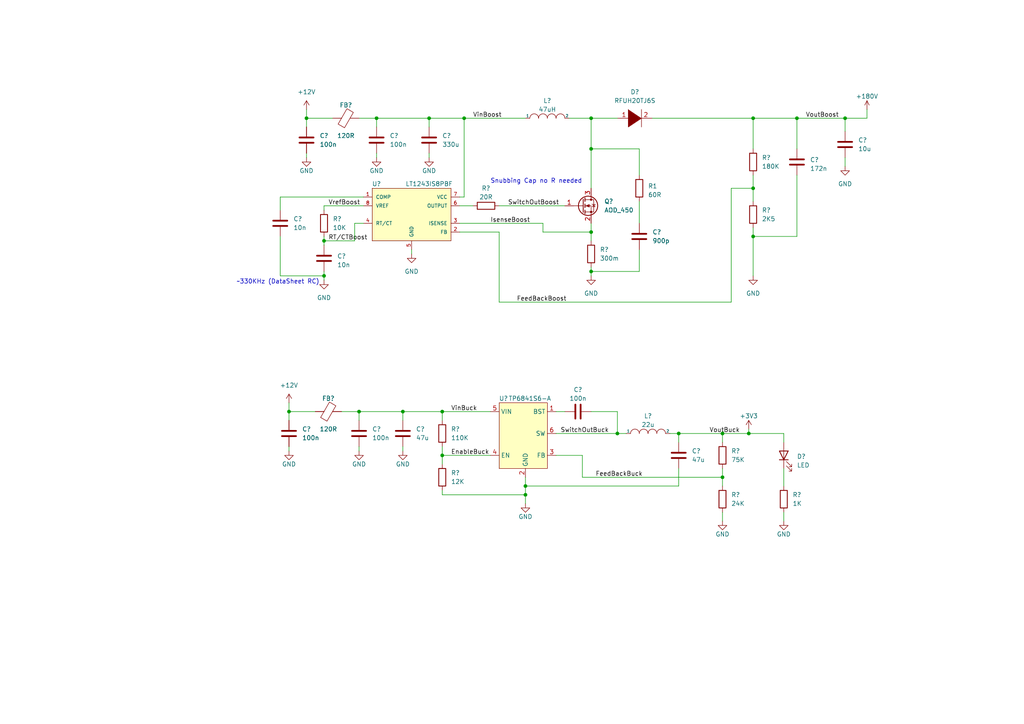
<source format=kicad_sch>
(kicad_sch (version 20230121) (generator eeschema)

  (uuid ccd27b81-5f81-4080-8815-6f4fd2f4e069)

  (paper "A4")

  (title_block
    (title "Buck_Boost_Converter")
    (date "2023-04-21")
    (rev "0.1")
  )

  (lib_symbols
    (symbol "Device:C" (pin_numbers hide) (pin_names (offset 0.254)) (in_bom yes) (on_board yes)
      (property "Reference" "C" (at 0.635 2.54 0)
        (effects (font (size 1.27 1.27)) (justify left))
      )
      (property "Value" "C" (at 0.635 -2.54 0)
        (effects (font (size 1.27 1.27)) (justify left))
      )
      (property "Footprint" "" (at 0.9652 -3.81 0)
        (effects (font (size 1.27 1.27)) hide)
      )
      (property "Datasheet" "~" (at 0 0 0)
        (effects (font (size 1.27 1.27)) hide)
      )
      (property "ki_keywords" "cap capacitor" (at 0 0 0)
        (effects (font (size 1.27 1.27)) hide)
      )
      (property "ki_description" "Unpolarized capacitor" (at 0 0 0)
        (effects (font (size 1.27 1.27)) hide)
      )
      (property "ki_fp_filters" "C_*" (at 0 0 0)
        (effects (font (size 1.27 1.27)) hide)
      )
      (symbol "C_0_1"
        (polyline
          (pts
            (xy -2.032 -0.762)
            (xy 2.032 -0.762)
          )
          (stroke (width 0.508) (type default))
          (fill (type none))
        )
        (polyline
          (pts
            (xy -2.032 0.762)
            (xy 2.032 0.762)
          )
          (stroke (width 0.508) (type default))
          (fill (type none))
        )
      )
      (symbol "C_1_1"
        (pin passive line (at 0 3.81 270) (length 2.794)
          (name "~" (effects (font (size 1.27 1.27))))
          (number "1" (effects (font (size 1.27 1.27))))
        )
        (pin passive line (at 0 -3.81 90) (length 2.794)
          (name "~" (effects (font (size 1.27 1.27))))
          (number "2" (effects (font (size 1.27 1.27))))
        )
      )
    )
    (symbol "Device:FerriteBead" (pin_numbers hide) (pin_names (offset 0)) (in_bom yes) (on_board yes)
      (property "Reference" "FB" (at -3.81 0.635 90)
        (effects (font (size 1.27 1.27)))
      )
      (property "Value" "FerriteBead" (at 3.81 0 90)
        (effects (font (size 1.27 1.27)))
      )
      (property "Footprint" "" (at -1.778 0 90)
        (effects (font (size 1.27 1.27)) hide)
      )
      (property "Datasheet" "~" (at 0 0 0)
        (effects (font (size 1.27 1.27)) hide)
      )
      (property "ki_keywords" "L ferrite bead inductor filter" (at 0 0 0)
        (effects (font (size 1.27 1.27)) hide)
      )
      (property "ki_description" "Ferrite bead" (at 0 0 0)
        (effects (font (size 1.27 1.27)) hide)
      )
      (property "ki_fp_filters" "Inductor_* L_* *Ferrite*" (at 0 0 0)
        (effects (font (size 1.27 1.27)) hide)
      )
      (symbol "FerriteBead_0_1"
        (polyline
          (pts
            (xy 0 -1.27)
            (xy 0 -1.2192)
          )
          (stroke (width 0) (type default))
          (fill (type none))
        )
        (polyline
          (pts
            (xy 0 1.27)
            (xy 0 1.2954)
          )
          (stroke (width 0) (type default))
          (fill (type none))
        )
        (polyline
          (pts
            (xy -2.7686 0.4064)
            (xy -1.7018 2.2606)
            (xy 2.7686 -0.3048)
            (xy 1.6764 -2.159)
            (xy -2.7686 0.4064)
          )
          (stroke (width 0) (type default))
          (fill (type none))
        )
      )
      (symbol "FerriteBead_1_1"
        (pin passive line (at 0 3.81 270) (length 2.54)
          (name "~" (effects (font (size 1.27 1.27))))
          (number "1" (effects (font (size 1.27 1.27))))
        )
        (pin passive line (at 0 -3.81 90) (length 2.54)
          (name "~" (effects (font (size 1.27 1.27))))
          (number "2" (effects (font (size 1.27 1.27))))
        )
      )
    )
    (symbol "Device:LED" (pin_numbers hide) (pin_names (offset 1.016) hide) (in_bom yes) (on_board yes)
      (property "Reference" "D" (at 0 2.54 0)
        (effects (font (size 1.27 1.27)))
      )
      (property "Value" "LED" (at 0 -2.54 0)
        (effects (font (size 1.27 1.27)))
      )
      (property "Footprint" "" (at 0 0 0)
        (effects (font (size 1.27 1.27)) hide)
      )
      (property "Datasheet" "~" (at 0 0 0)
        (effects (font (size 1.27 1.27)) hide)
      )
      (property "ki_keywords" "LED diode" (at 0 0 0)
        (effects (font (size 1.27 1.27)) hide)
      )
      (property "ki_description" "Light emitting diode" (at 0 0 0)
        (effects (font (size 1.27 1.27)) hide)
      )
      (property "ki_fp_filters" "LED* LED_SMD:* LED_THT:*" (at 0 0 0)
        (effects (font (size 1.27 1.27)) hide)
      )
      (symbol "LED_0_1"
        (polyline
          (pts
            (xy -1.27 -1.27)
            (xy -1.27 1.27)
          )
          (stroke (width 0.254) (type default))
          (fill (type none))
        )
        (polyline
          (pts
            (xy -1.27 0)
            (xy 1.27 0)
          )
          (stroke (width 0) (type default))
          (fill (type none))
        )
        (polyline
          (pts
            (xy 1.27 -1.27)
            (xy 1.27 1.27)
            (xy -1.27 0)
            (xy 1.27 -1.27)
          )
          (stroke (width 0.254) (type default))
          (fill (type none))
        )
        (polyline
          (pts
            (xy -3.048 -0.762)
            (xy -4.572 -2.286)
            (xy -3.81 -2.286)
            (xy -4.572 -2.286)
            (xy -4.572 -1.524)
          )
          (stroke (width 0) (type default))
          (fill (type none))
        )
        (polyline
          (pts
            (xy -1.778 -0.762)
            (xy -3.302 -2.286)
            (xy -2.54 -2.286)
            (xy -3.302 -2.286)
            (xy -3.302 -1.524)
          )
          (stroke (width 0) (type default))
          (fill (type none))
        )
      )
      (symbol "LED_1_1"
        (pin passive line (at -3.81 0 0) (length 2.54)
          (name "K" (effects (font (size 1.27 1.27))))
          (number "1" (effects (font (size 1.27 1.27))))
        )
        (pin passive line (at 3.81 0 180) (length 2.54)
          (name "A" (effects (font (size 1.27 1.27))))
          (number "2" (effects (font (size 1.27 1.27))))
        )
      )
    )
    (symbol "Device:Q_NMOS_GSD" (pin_names (offset 0) hide) (in_bom yes) (on_board yes)
      (property "Reference" "Q" (at 5.08 1.27 0)
        (effects (font (size 1.27 1.27)) (justify left))
      )
      (property "Value" "Q_NMOS_GSD" (at 5.08 -1.27 0)
        (effects (font (size 1.27 1.27)) (justify left))
      )
      (property "Footprint" "" (at 5.08 2.54 0)
        (effects (font (size 1.27 1.27)) hide)
      )
      (property "Datasheet" "~" (at 0 0 0)
        (effects (font (size 1.27 1.27)) hide)
      )
      (property "ki_keywords" "transistor NMOS N-MOS N-MOSFET" (at 0 0 0)
        (effects (font (size 1.27 1.27)) hide)
      )
      (property "ki_description" "N-MOSFET transistor, gate/source/drain" (at 0 0 0)
        (effects (font (size 1.27 1.27)) hide)
      )
      (symbol "Q_NMOS_GSD_0_1"
        (polyline
          (pts
            (xy 0.254 0)
            (xy -2.54 0)
          )
          (stroke (width 0) (type default))
          (fill (type none))
        )
        (polyline
          (pts
            (xy 0.254 1.905)
            (xy 0.254 -1.905)
          )
          (stroke (width 0.254) (type default))
          (fill (type none))
        )
        (polyline
          (pts
            (xy 0.762 -1.27)
            (xy 0.762 -2.286)
          )
          (stroke (width 0.254) (type default))
          (fill (type none))
        )
        (polyline
          (pts
            (xy 0.762 0.508)
            (xy 0.762 -0.508)
          )
          (stroke (width 0.254) (type default))
          (fill (type none))
        )
        (polyline
          (pts
            (xy 0.762 2.286)
            (xy 0.762 1.27)
          )
          (stroke (width 0.254) (type default))
          (fill (type none))
        )
        (polyline
          (pts
            (xy 2.54 2.54)
            (xy 2.54 1.778)
          )
          (stroke (width 0) (type default))
          (fill (type none))
        )
        (polyline
          (pts
            (xy 2.54 -2.54)
            (xy 2.54 0)
            (xy 0.762 0)
          )
          (stroke (width 0) (type default))
          (fill (type none))
        )
        (polyline
          (pts
            (xy 0.762 -1.778)
            (xy 3.302 -1.778)
            (xy 3.302 1.778)
            (xy 0.762 1.778)
          )
          (stroke (width 0) (type default))
          (fill (type none))
        )
        (polyline
          (pts
            (xy 1.016 0)
            (xy 2.032 0.381)
            (xy 2.032 -0.381)
            (xy 1.016 0)
          )
          (stroke (width 0) (type default))
          (fill (type outline))
        )
        (polyline
          (pts
            (xy 2.794 0.508)
            (xy 2.921 0.381)
            (xy 3.683 0.381)
            (xy 3.81 0.254)
          )
          (stroke (width 0) (type default))
          (fill (type none))
        )
        (polyline
          (pts
            (xy 3.302 0.381)
            (xy 2.921 -0.254)
            (xy 3.683 -0.254)
            (xy 3.302 0.381)
          )
          (stroke (width 0) (type default))
          (fill (type none))
        )
        (circle (center 1.651 0) (radius 2.794)
          (stroke (width 0.254) (type default))
          (fill (type none))
        )
        (circle (center 2.54 -1.778) (radius 0.254)
          (stroke (width 0) (type default))
          (fill (type outline))
        )
        (circle (center 2.54 1.778) (radius 0.254)
          (stroke (width 0) (type default))
          (fill (type outline))
        )
      )
      (symbol "Q_NMOS_GSD_1_1"
        (pin input line (at -5.08 0 0) (length 2.54)
          (name "G" (effects (font (size 1.27 1.27))))
          (number "1" (effects (font (size 1.27 1.27))))
        )
        (pin passive line (at 2.54 -5.08 90) (length 2.54)
          (name "S" (effects (font (size 1.27 1.27))))
          (number "2" (effects (font (size 1.27 1.27))))
        )
        (pin passive line (at 2.54 5.08 270) (length 2.54)
          (name "D" (effects (font (size 1.27 1.27))))
          (number "3" (effects (font (size 1.27 1.27))))
        )
      )
    )
    (symbol "Device:R" (pin_numbers hide) (pin_names (offset 0)) (in_bom yes) (on_board yes)
      (property "Reference" "R" (at 2.032 0 90)
        (effects (font (size 1.27 1.27)))
      )
      (property "Value" "R" (at 0 0 90)
        (effects (font (size 1.27 1.27)))
      )
      (property "Footprint" "" (at -1.778 0 90)
        (effects (font (size 1.27 1.27)) hide)
      )
      (property "Datasheet" "~" (at 0 0 0)
        (effects (font (size 1.27 1.27)) hide)
      )
      (property "ki_keywords" "R res resistor" (at 0 0 0)
        (effects (font (size 1.27 1.27)) hide)
      )
      (property "ki_description" "Resistor" (at 0 0 0)
        (effects (font (size 1.27 1.27)) hide)
      )
      (property "ki_fp_filters" "R_*" (at 0 0 0)
        (effects (font (size 1.27 1.27)) hide)
      )
      (symbol "R_0_1"
        (rectangle (start -1.016 -2.54) (end 1.016 2.54)
          (stroke (width 0.254) (type default))
          (fill (type none))
        )
      )
      (symbol "R_1_1"
        (pin passive line (at 0 3.81 270) (length 1.27)
          (name "~" (effects (font (size 1.27 1.27))))
          (number "1" (effects (font (size 1.27 1.27))))
        )
        (pin passive line (at 0 -3.81 90) (length 1.27)
          (name "~" (effects (font (size 1.27 1.27))))
          (number "2" (effects (font (size 1.27 1.27))))
        )
      )
    )
    (symbol "NixieTubeClock:+180V" (power) (pin_numbers hide) (pin_names hide) (in_bom no) (on_board no)
      (property "Reference" "#PWR" (at 4.445 -2.54 0)
        (effects (font (size 1.27 1.27)) hide)
      )
      (property "Value" "+180V" (at 0 3.81 0)
        (effects (font (size 1.27 1.27)))
      )
      (property "Footprint" "" (at 0 0 0)
        (effects (font (size 1.27 1.27)) hide)
      )
      (property "Datasheet" "" (at 0 0 0)
        (effects (font (size 1.27 1.27)) hide)
      )
      (symbol "+180V_0_1"
        (polyline
          (pts
            (xy 0 0)
            (xy 0 2.54)
          )
          (stroke (width 0) (type default))
          (fill (type none))
        )
        (polyline
          (pts
            (xy 0 2.54)
            (xy -0.635 1.27)
          )
          (stroke (width 0) (type default))
          (fill (type none))
        )
        (polyline
          (pts
            (xy 0 2.54)
            (xy 0.635 1.27)
          )
          (stroke (width 0) (type default))
          (fill (type none))
        )
      )
      (symbol "+180V_1_1"
        (pin input line (at 0 0 90) (length 2.54) hide
          (name "+180V" (effects (font (size 1.27 1.27))))
          (number "" (effects (font (size 1.27 1.27))))
        )
      )
    )
    (symbol "NixieTubeClock:LT1243IS8PBF" (pin_names (offset 1.016)) (in_bom yes) (on_board yes)
      (property "Reference" "U" (at -11.43 7.62 0)
        (effects (font (size 1.27 1.27)) (justify left bottom))
      )
      (property "Value" "LT1243IS8PBF" (at -5.08 7.62 0)
        (effects (font (size 1.27 1.27)) (justify left bottom))
      )
      (property "Footprint" "NixieTube:SO-8_S" (at 10.16 -10.16 0)
        (effects (font (size 1.27 1.27)) (justify bottom) hide)
      )
      (property "Datasheet" "" (at -19.05 5.08 0)
        (effects (font (size 1.27 1.27)) hide)
      )
      (property "VENDOR" "Linear Technology" (at -12.7 -10.16 0)
        (effects (font (size 1.27 1.27)) (justify bottom) hide)
      )
      (property "MANUFACTURER_PART_NUMBER" "" (at -7.62 -10.16 0)
        (effects (font (size 1.27 1.27)) (justify bottom) hide)
      )
      (symbol "LT1243IS8PBF_0_0"
        (rectangle (start -11.43 7.62) (end 11.43 -7.62)
          (stroke (width 0.1524) (type default))
          (fill (type background))
        )
        (pin output line (at -13.97 5.08 0) (length 2.54)
          (name "COMP" (effects (font (size 1.016 1.016))))
          (number "1" (effects (font (size 1.016 1.016))))
        )
        (pin input line (at 13.97 -5.08 180) (length 2.54)
          (name "FB" (effects (font (size 1.016 1.016))))
          (number "2" (effects (font (size 1.016 1.016))))
        )
        (pin input line (at 13.97 -2.54 180) (length 2.54)
          (name "ISENSE" (effects (font (size 1.016 1.016))))
          (number "3" (effects (font (size 1.016 1.016))))
        )
        (pin passive line (at -13.97 -2.54 0) (length 2.54)
          (name "RT/CT" (effects (font (size 1.016 1.016))))
          (number "4" (effects (font (size 1.016 1.016))))
        )
        (pin power_in line (at 0 -10.16 90) (length 2.54)
          (name "GND" (effects (font (size 1.016 1.016))))
          (number "5" (effects (font (size 1.016 1.016))))
        )
        (pin output line (at 13.97 2.54 180) (length 2.54)
          (name "OUTPUT" (effects (font (size 1.016 1.016))))
          (number "6" (effects (font (size 1.016 1.016))))
        )
        (pin power_in line (at 13.97 5.08 180) (length 2.54)
          (name "VCC" (effects (font (size 1.016 1.016))))
          (number "7" (effects (font (size 1.016 1.016))))
        )
        (pin output line (at -13.97 2.54 0) (length 2.54)
          (name "VREF" (effects (font (size 1.016 1.016))))
          (number "8" (effects (font (size 1.016 1.016))))
        )
      )
    )
    (symbol "NixieTubeClock:TP6841S6-A" (in_bom yes) (on_board yes)
      (property "Reference" "U" (at -6.35 10.16 0)
        (effects (font (size 1.27 1.27)))
      )
      (property "Value" "TP6841S6-A" (at 6.35 -11.43 0)
        (effects (font (size 1.27 1.27)))
      )
      (property "Footprint" "" (at 0 0 0)
        (effects (font (size 1.27 1.27)) hide)
      )
      (property "Datasheet" "" (at 0 0 0)
        (effects (font (size 1.27 1.27)) hide)
      )
      (symbol "TP6841S6-A_0_1"
        (rectangle (start -7.62 8.89) (end 6.35 -10.16)
          (stroke (width 0) (type default))
          (fill (type background))
        )
      )
      (symbol "TP6841S6-A_1_1"
        (pin output line (at 8.89 6.35 180) (length 2.54)
          (name "BST" (effects (font (size 1.27 1.27))))
          (number "1" (effects (font (size 1.27 1.27))))
        )
        (pin power_out line (at 0 -12.7 90) (length 2.54)
          (name "GND" (effects (font (size 1.27 1.27))))
          (number "2" (effects (font (size 1.27 1.27))))
        )
        (pin input line (at 8.89 -6.35 180) (length 2.54)
          (name "FB" (effects (font (size 1.27 1.27))))
          (number "3" (effects (font (size 1.27 1.27))))
        )
        (pin input line (at -10.16 -6.35 0) (length 2.54)
          (name "EN" (effects (font (size 1.27 1.27))))
          (number "4" (effects (font (size 1.27 1.27))))
        )
        (pin power_in line (at -10.16 6.35 0) (length 2.54)
          (name "VIN" (effects (font (size 1.27 1.27))))
          (number "5" (effects (font (size 1.27 1.27))))
        )
        (pin output line (at 8.89 0 180) (length 2.54)
          (name "SW" (effects (font (size 1.27 1.27))))
          (number "6" (effects (font (size 1.27 1.27))))
        )
      )
    )
    (symbol "power:+12V" (power) (pin_numbers hide) (pin_names (offset 0) hide) (in_bom yes) (on_board yes)
      (property "Reference" "#PWR" (at 0 -3.81 0)
        (effects (font (size 1.27 1.27)) hide)
      )
      (property "Value" "+12V" (at 0 3.556 0)
        (effects (font (size 1.27 1.27)))
      )
      (property "Footprint" "" (at 0 0 0)
        (effects (font (size 1.27 1.27)) hide)
      )
      (property "Datasheet" "" (at 0 0 0)
        (effects (font (size 1.27 1.27)) hide)
      )
      (property "ki_keywords" "global power" (at 0 0 0)
        (effects (font (size 1.27 1.27)) hide)
      )
      (property "ki_description" "Power symbol creates a global label with name \"+12V\"" (at 0 0 0)
        (effects (font (size 1.27 1.27)) hide)
      )
      (symbol "+12V_0_1"
        (polyline
          (pts
            (xy -0.762 1.27)
            (xy 0 2.54)
          )
          (stroke (width 0) (type default))
          (fill (type none))
        )
        (polyline
          (pts
            (xy 0 0)
            (xy 0 2.54)
          )
          (stroke (width 0) (type default))
          (fill (type none))
        )
        (polyline
          (pts
            (xy 0 2.54)
            (xy 0.762 1.27)
          )
          (stroke (width 0) (type default))
          (fill (type none))
        )
      )
      (symbol "+12V_1_1"
        (pin power_in line (at 0 0 90) (length 0) hide
          (name "+12V" (effects (font (size 1.27 1.27))))
          (number "1" (effects (font (size 1.27 1.27))))
        )
      )
    )
    (symbol "power:+3V3" (power) (pin_numbers hide) (pin_names (offset 0) hide) (in_bom yes) (on_board yes)
      (property "Reference" "#PWR" (at 0 -3.81 0)
        (effects (font (size 1.27 1.27)) hide)
      )
      (property "Value" "+3V3" (at 0 3.556 0)
        (effects (font (size 1.27 1.27)))
      )
      (property "Footprint" "" (at 0 0 0)
        (effects (font (size 1.27 1.27)) hide)
      )
      (property "Datasheet" "" (at 0 0 0)
        (effects (font (size 1.27 1.27)) hide)
      )
      (property "ki_keywords" "global power" (at 0 0 0)
        (effects (font (size 1.27 1.27)) hide)
      )
      (property "ki_description" "Power symbol creates a global label with name \"+3V3\"" (at 0 0 0)
        (effects (font (size 1.27 1.27)) hide)
      )
      (symbol "+3V3_0_1"
        (polyline
          (pts
            (xy -0.762 1.27)
            (xy 0 2.54)
          )
          (stroke (width 0) (type default))
          (fill (type none))
        )
        (polyline
          (pts
            (xy 0 0)
            (xy 0 2.54)
          )
          (stroke (width 0) (type default))
          (fill (type none))
        )
        (polyline
          (pts
            (xy 0 2.54)
            (xy 0.762 1.27)
          )
          (stroke (width 0) (type default))
          (fill (type none))
        )
      )
      (symbol "+3V3_1_1"
        (pin power_in line (at 0 0 90) (length 0) hide
          (name "+3V3" (effects (font (size 1.27 1.27))))
          (number "1" (effects (font (size 1.27 1.27))))
        )
      )
    )
    (symbol "power:GND" (power) (pin_numbers hide) (pin_names (offset 0) hide) (in_bom yes) (on_board yes)
      (property "Reference" "#PWR" (at 0 -6.35 0)
        (effects (font (size 1.27 1.27)) hide)
      )
      (property "Value" "GND" (at 0 -3.81 0)
        (effects (font (size 1.27 1.27)))
      )
      (property "Footprint" "" (at 0 0 0)
        (effects (font (size 1.27 1.27)) hide)
      )
      (property "Datasheet" "" (at 0 0 0)
        (effects (font (size 1.27 1.27)) hide)
      )
      (property "ki_keywords" "global power" (at 0 0 0)
        (effects (font (size 1.27 1.27)) hide)
      )
      (property "ki_description" "Power symbol creates a global label with name \"GND\" , ground" (at 0 0 0)
        (effects (font (size 1.27 1.27)) hide)
      )
      (symbol "GND_0_1"
        (polyline
          (pts
            (xy 0 0)
            (xy 0 -1.27)
            (xy 1.27 -1.27)
            (xy 0 -2.54)
            (xy -1.27 -1.27)
            (xy 0 -1.27)
          )
          (stroke (width 0) (type default))
          (fill (type none))
        )
      )
      (symbol "GND_1_1"
        (pin power_in line (at 0 0 270) (length 0) hide
          (name "GND" (effects (font (size 1.27 1.27))))
          (number "1" (effects (font (size 1.27 1.27))))
        )
      )
    )
    (symbol "pspice:DIODE" (pin_names (offset 1.016) hide) (in_bom yes) (on_board yes)
      (property "Reference" "D" (at 0 3.81 0)
        (effects (font (size 1.27 1.27)))
      )
      (property "Value" "DIODE" (at 0 -4.445 0)
        (effects (font (size 1.27 1.27)))
      )
      (property "Footprint" "" (at 0 0 0)
        (effects (font (size 1.27 1.27)) hide)
      )
      (property "Datasheet" "~" (at 0 0 0)
        (effects (font (size 1.27 1.27)) hide)
      )
      (property "ki_keywords" "simulation" (at 0 0 0)
        (effects (font (size 1.27 1.27)) hide)
      )
      (property "ki_description" "Diode symbol for simulation only. Pin order incompatible with official kicad footprints" (at 0 0 0)
        (effects (font (size 1.27 1.27)) hide)
      )
      (symbol "DIODE_0_1"
        (polyline
          (pts
            (xy 1.905 2.54)
            (xy 1.905 -2.54)
          )
          (stroke (width 0) (type default))
          (fill (type none))
        )
        (polyline
          (pts
            (xy -1.905 2.54)
            (xy -1.905 -2.54)
            (xy 1.905 0)
          )
          (stroke (width 0) (type default))
          (fill (type outline))
        )
      )
      (symbol "DIODE_1_1"
        (pin input line (at -5.08 0 0) (length 3.81)
          (name "K" (effects (font (size 1.27 1.27))))
          (number "1" (effects (font (size 1.27 1.27))))
        )
        (pin input line (at 5.08 0 180) (length 3.81)
          (name "A" (effects (font (size 1.27 1.27))))
          (number "2" (effects (font (size 1.27 1.27))))
        )
      )
    )
    (symbol "pspice:INDUCTOR" (pin_numbers hide) (pin_names (offset 0)) (in_bom yes) (on_board yes)
      (property "Reference" "L" (at 0 2.54 0)
        (effects (font (size 1.27 1.27)))
      )
      (property "Value" "INDUCTOR" (at 0 -1.27 0)
        (effects (font (size 1.27 1.27)))
      )
      (property "Footprint" "" (at 0 0 0)
        (effects (font (size 1.27 1.27)) hide)
      )
      (property "Datasheet" "~" (at 0 0 0)
        (effects (font (size 1.27 1.27)) hide)
      )
      (property "ki_keywords" "simulation" (at 0 0 0)
        (effects (font (size 1.27 1.27)) hide)
      )
      (property "ki_description" "Inductor symbol for simulation only" (at 0 0 0)
        (effects (font (size 1.27 1.27)) hide)
      )
      (symbol "INDUCTOR_0_1"
        (arc (start -2.54 0) (mid -3.81 1.2645) (end -5.08 0)
          (stroke (width 0) (type default))
          (fill (type none))
        )
        (arc (start 0 0) (mid -1.27 1.2645) (end -2.54 0)
          (stroke (width 0) (type default))
          (fill (type none))
        )
        (arc (start 2.54 0) (mid 1.27 1.2645) (end 0 0)
          (stroke (width 0) (type default))
          (fill (type none))
        )
        (arc (start 5.08 0) (mid 3.81 1.2645) (end 2.54 0)
          (stroke (width 0) (type default))
          (fill (type none))
        )
      )
      (symbol "INDUCTOR_1_1"
        (pin input line (at -6.35 0 0) (length 1.27)
          (name "1" (effects (font (size 0.762 0.762))))
          (number "1" (effects (font (size 0.762 0.762))))
        )
        (pin input line (at 6.35 0 180) (length 1.27)
          (name "2" (effects (font (size 0.762 0.762))))
          (number "2" (effects (font (size 0.762 0.762))))
        )
      )
    )
  )

  (junction (at 128.27 132.08) (diameter 0) (color 0 0 0 0)
    (uuid 02a03e4f-6efa-4238-8ad5-777ce62ac551)
  )
  (junction (at 179.07 125.73) (diameter 0) (color 0 0 0 0)
    (uuid 10a02549-bb5c-41c3-9b9f-34984ff52f21)
  )
  (junction (at 134.62 34.29) (diameter 0) (color 0 0 0 0)
    (uuid 1526271b-0453-4f8f-b30a-535948d43ebd)
  )
  (junction (at 109.22 34.29) (diameter 0) (color 0 0 0 0)
    (uuid 19919e59-73af-4e24-a3e6-aba0a372ab0f)
  )
  (junction (at 128.27 119.38) (diameter 0) (color 0 0 0 0)
    (uuid 2504fda5-05b2-4e5a-8d3c-fff43fc8893a)
  )
  (junction (at 116.84 119.38) (diameter 0) (color 0 0 0 0)
    (uuid 290ae861-3b75-4a22-9c30-50c682bf840f)
  )
  (junction (at 218.44 54.61) (diameter 0) (color 0 0 0 0)
    (uuid 2d802e0a-31e6-44ef-95dd-c9d3f7d35c97)
  )
  (junction (at 171.45 34.29) (diameter 0) (color 0 0 0 0)
    (uuid 3978c7da-628f-42fe-b50b-e728b963e3b4)
  )
  (junction (at 93.98 80.01) (diameter 0) (color 0 0 0 0)
    (uuid 3dc4d2c3-96f7-42d9-8e8d-60ffb9cb3a64)
  )
  (junction (at 218.44 34.29) (diameter 0) (color 0 0 0 0)
    (uuid 5c0d54fa-94de-41e3-b472-722afe64bfa3)
  )
  (junction (at 83.82 119.38) (diameter 0) (color 0 0 0 0)
    (uuid 6c2dc371-7865-434e-9377-78105988b438)
  )
  (junction (at 245.11 34.29) (diameter 0) (color 0 0 0 0)
    (uuid 72b72503-1d48-44fd-8f8d-c36b3f8907b7)
  )
  (junction (at 93.98 69.85) (diameter 0) (color 0 0 0 0)
    (uuid 7507faf8-b403-41d0-8636-e98eed21cceb)
  )
  (junction (at 152.4 140.97) (diameter 0) (color 0 0 0 0)
    (uuid 7c27171a-d6d7-49a7-ad77-ceb81638a617)
  )
  (junction (at 124.46 34.29) (diameter 0) (color 0 0 0 0)
    (uuid 8e6709ad-623d-4974-b45e-fc0765beae4f)
  )
  (junction (at 209.55 138.43) (diameter 0) (color 0 0 0 0)
    (uuid 97f9ef78-34c3-4f15-b130-a0e70de0c483)
  )
  (junction (at 171.45 78.74) (diameter 0) (color 0 0 0 0)
    (uuid 992cc423-841f-4bc3-9440-c311706411ec)
  )
  (junction (at 231.14 34.29) (diameter 0) (color 0 0 0 0)
    (uuid a4302292-e233-4ab3-9a21-b94bd325ed5d)
  )
  (junction (at 171.45 43.18) (diameter 0) (color 0 0 0 0)
    (uuid a8561ac9-6585-48c0-883b-eb3af20cec7e)
  )
  (junction (at 88.9 34.29) (diameter 0) (color 0 0 0 0)
    (uuid b3618ccc-6ea9-4adc-8974-f65d2c930bca)
  )
  (junction (at 104.14 119.38) (diameter 0) (color 0 0 0 0)
    (uuid b8778679-a1fa-4db1-adaa-35625d0ec8e8)
  )
  (junction (at 209.55 125.73) (diameter 0) (color 0 0 0 0)
    (uuid c9f12673-7cc4-4765-a222-f4ad8ce48ec7)
  )
  (junction (at 217.17 125.73) (diameter 0) (color 0 0 0 0)
    (uuid ca688348-52ed-496f-ad55-ff4b7b23c8d7)
  )
  (junction (at 152.4 143.51) (diameter 0) (color 0 0 0 0)
    (uuid d10d635a-1ead-4793-af97-424a2e694678)
  )
  (junction (at 218.44 68.58) (diameter 0) (color 0 0 0 0)
    (uuid d4be8ef5-d41a-4810-9c8c-eadcf7eebca8)
  )
  (junction (at 196.85 125.73) (diameter 0) (color 0 0 0 0)
    (uuid f20456d7-79b4-4fd9-ab81-2e87a888e5f2)
  )
  (junction (at 171.45 67.31) (diameter 0) (color 0 0 0 0)
    (uuid f61b3105-f109-48b7-bc93-b551ff109bf8)
  )

  (wire (pts (xy 93.98 69.85) (xy 93.98 71.12))
    (stroke (width 0) (type default))
    (uuid 00bc4139-5be1-4d6b-ab4b-e644d8f2a01a)
  )
  (wire (pts (xy 93.98 68.58) (xy 93.98 69.85))
    (stroke (width 0) (type default))
    (uuid 011c4c17-8af0-4732-8f6c-3d438da8e332)
  )
  (wire (pts (xy 99.06 119.38) (xy 104.14 119.38))
    (stroke (width 0) (type default))
    (uuid 027b6966-3aa6-40a4-a25e-83ae1b7db776)
  )
  (wire (pts (xy 142.24 132.08) (xy 128.27 132.08))
    (stroke (width 0) (type default))
    (uuid 031f3467-57c0-44ba-85f5-662823bab924)
  )
  (wire (pts (xy 116.84 119.38) (xy 128.27 119.38))
    (stroke (width 0) (type default))
    (uuid 0968eb96-0762-4b38-bc0a-964749861384)
  )
  (wire (pts (xy 102.87 64.77) (xy 102.87 69.85))
    (stroke (width 0) (type default))
    (uuid 0aa4c159-d968-4a9f-bcf7-053c522f3f07)
  )
  (wire (pts (xy 133.35 67.31) (xy 144.78 67.31))
    (stroke (width 0) (type default))
    (uuid 0bbc7b80-1625-49b9-94cf-d03d5f4c5800)
  )
  (wire (pts (xy 133.35 64.77) (xy 157.48 64.77))
    (stroke (width 0) (type default))
    (uuid 12c4b206-ee75-4871-b2dd-3df6bec4ea56)
  )
  (wire (pts (xy 209.55 148.59) (xy 209.55 151.13))
    (stroke (width 0) (type default))
    (uuid 16c92432-a4dd-46b7-800f-6c601cde41bc)
  )
  (wire (pts (xy 152.4 140.97) (xy 152.4 143.51))
    (stroke (width 0) (type default))
    (uuid 193825f8-3279-4cfa-8d0c-b6107c0e9ffa)
  )
  (wire (pts (xy 212.09 54.61) (xy 212.09 87.63))
    (stroke (width 0) (type default))
    (uuid 1ec46ccb-2a36-4348-8e92-d1c9d627ede3)
  )
  (wire (pts (xy 209.55 125.73) (xy 196.85 125.73))
    (stroke (width 0) (type default))
    (uuid 22470d0c-bb6e-4bae-95e4-245f2b99db0e)
  )
  (wire (pts (xy 93.98 80.01) (xy 93.98 81.28))
    (stroke (width 0) (type default))
    (uuid 22538206-7931-4a9a-9712-2dfcd12c7ea3)
  )
  (wire (pts (xy 217.17 124.46) (xy 217.17 125.73))
    (stroke (width 0) (type default))
    (uuid 2330caf9-930f-4d8f-bec0-6e55d14a214d)
  )
  (wire (pts (xy 218.44 54.61) (xy 218.44 58.42))
    (stroke (width 0) (type default))
    (uuid 23652034-d23f-4ca0-aaba-21b86bc84c34)
  )
  (wire (pts (xy 171.45 77.47) (xy 171.45 78.74))
    (stroke (width 0) (type default))
    (uuid 2b974d0c-b268-4ae7-a1e3-12435699fe44)
  )
  (wire (pts (xy 81.28 68.58) (xy 81.28 80.01))
    (stroke (width 0) (type default))
    (uuid 2c019a3d-b223-47e9-acf0-6cbfd3082368)
  )
  (wire (pts (xy 161.29 132.08) (xy 168.91 132.08))
    (stroke (width 0) (type default))
    (uuid 312e1620-ae76-4011-8806-50e1401b9ec7)
  )
  (wire (pts (xy 109.22 34.29) (xy 109.22 36.83))
    (stroke (width 0) (type default))
    (uuid 31ec41f4-a937-49c7-bf65-39ba724299f6)
  )
  (wire (pts (xy 218.44 50.8) (xy 218.44 54.61))
    (stroke (width 0) (type default))
    (uuid 31fca1b3-0d19-41f6-977b-1d432e99a0fe)
  )
  (wire (pts (xy 217.17 125.73) (xy 209.55 125.73))
    (stroke (width 0) (type default))
    (uuid 36c06950-4f85-468a-9769-45e51243094f)
  )
  (wire (pts (xy 231.14 68.58) (xy 218.44 68.58))
    (stroke (width 0) (type default))
    (uuid 374ae90a-569f-4b57-8cb9-52f4a692bd94)
  )
  (wire (pts (xy 124.46 44.45) (xy 124.46 45.72))
    (stroke (width 0) (type default))
    (uuid 37d285a1-02ce-4f1a-a611-2e17babc781d)
  )
  (wire (pts (xy 81.28 80.01) (xy 93.98 80.01))
    (stroke (width 0) (type default))
    (uuid 39a98560-8c52-4f26-aa56-9eb519088d43)
  )
  (wire (pts (xy 171.45 78.74) (xy 171.45 80.01))
    (stroke (width 0) (type default))
    (uuid 39b24bbf-0034-420a-b7b7-24299847fb6b)
  )
  (wire (pts (xy 109.22 34.29) (xy 124.46 34.29))
    (stroke (width 0) (type default))
    (uuid 3c261ffd-750a-4f6e-ba75-ad3ca3a357ad)
  )
  (wire (pts (xy 185.42 43.18) (xy 185.42 50.8))
    (stroke (width 0) (type default))
    (uuid 413bf7fa-3a84-4cbf-8c70-892791176df3)
  )
  (wire (pts (xy 168.91 132.08) (xy 168.91 138.43))
    (stroke (width 0) (type default))
    (uuid 43ec9a51-12c4-405f-9a26-61a23ccb3508)
  )
  (wire (pts (xy 88.9 34.29) (xy 88.9 36.83))
    (stroke (width 0) (type default))
    (uuid 47c18c65-d6c4-4a2b-bb7e-99a8fbc7c0cc)
  )
  (wire (pts (xy 93.98 59.69) (xy 93.98 60.96))
    (stroke (width 0) (type default))
    (uuid 490be8da-d8bf-456f-b53d-21be14aeff05)
  )
  (wire (pts (xy 245.11 34.29) (xy 245.11 38.1))
    (stroke (width 0) (type default))
    (uuid 4d5517c3-9085-4a7d-a473-5d0a1ed25db9)
  )
  (wire (pts (xy 144.78 59.69) (xy 163.83 59.69))
    (stroke (width 0) (type default))
    (uuid 4e583e88-746d-440b-a243-34f859737531)
  )
  (wire (pts (xy 161.29 125.73) (xy 179.07 125.73))
    (stroke (width 0) (type default))
    (uuid 504ff47c-8a05-4896-85be-8364767dd82a)
  )
  (wire (pts (xy 212.09 87.63) (xy 144.78 87.63))
    (stroke (width 0) (type default))
    (uuid 50544645-89a1-4905-ac62-0f2692085736)
  )
  (wire (pts (xy 171.45 43.18) (xy 185.42 43.18))
    (stroke (width 0) (type default))
    (uuid 56858255-7ef9-48fc-bd4c-3d81cc905de8)
  )
  (wire (pts (xy 245.11 34.29) (xy 251.46 34.29))
    (stroke (width 0) (type default))
    (uuid 56a55994-4955-499e-83ca-c37279aafc3b)
  )
  (wire (pts (xy 83.82 129.54) (xy 83.82 130.81))
    (stroke (width 0) (type default))
    (uuid 56a7d161-adb3-4b36-919e-578d09752778)
  )
  (wire (pts (xy 83.82 119.38) (xy 83.82 121.92))
    (stroke (width 0) (type default))
    (uuid 5751c200-52ee-439e-9557-c90bb2aaf7bd)
  )
  (wire (pts (xy 231.14 50.8) (xy 231.14 68.58))
    (stroke (width 0) (type default))
    (uuid 588c40b6-74dd-4d32-b9b8-d50ec9f5e767)
  )
  (wire (pts (xy 171.45 43.18) (xy 171.45 54.61))
    (stroke (width 0) (type default))
    (uuid 58d3de20-0781-410e-b268-b4e598250986)
  )
  (wire (pts (xy 179.07 125.73) (xy 181.61 125.73))
    (stroke (width 0) (type default))
    (uuid 5bd41375-a9e3-4bfd-a63d-e7c348ce0e9a)
  )
  (wire (pts (xy 157.48 64.77) (xy 157.48 67.31))
    (stroke (width 0) (type default))
    (uuid 5d17e974-41b5-43d8-9e2c-d1d93ca28bbb)
  )
  (wire (pts (xy 171.45 67.31) (xy 171.45 69.85))
    (stroke (width 0) (type default))
    (uuid 5df07e67-f84e-4a07-9809-29481407848c)
  )
  (wire (pts (xy 189.23 34.29) (xy 218.44 34.29))
    (stroke (width 0) (type default))
    (uuid 5f1e4a48-9868-4672-a6c1-99bfd5cb0131)
  )
  (wire (pts (xy 245.11 45.72) (xy 245.11 48.26))
    (stroke (width 0) (type default))
    (uuid 6339c681-5b14-4639-abb1-a8626981fcd4)
  )
  (wire (pts (xy 185.42 78.74) (xy 171.45 78.74))
    (stroke (width 0) (type default))
    (uuid 6551789e-7e5b-4f22-9b42-b01a7041e619)
  )
  (wire (pts (xy 102.87 69.85) (xy 93.98 69.85))
    (stroke (width 0) (type default))
    (uuid 6627826c-4dd2-481a-9d42-4730e8a79c36)
  )
  (wire (pts (xy 93.98 78.74) (xy 93.98 80.01))
    (stroke (width 0) (type default))
    (uuid 664a519d-f871-4031-bc74-35249bc359f1)
  )
  (wire (pts (xy 128.27 142.24) (xy 128.27 143.51))
    (stroke (width 0) (type default))
    (uuid 6732fb64-283d-44d7-b95c-4abf6a62a392)
  )
  (wire (pts (xy 171.45 64.77) (xy 171.45 67.31))
    (stroke (width 0) (type default))
    (uuid 6892402d-2e3d-4b44-a57c-85aecbabf903)
  )
  (wire (pts (xy 128.27 143.51) (xy 152.4 143.51))
    (stroke (width 0) (type default))
    (uuid 6a388363-30eb-4143-8e99-d1a3fbec99a4)
  )
  (wire (pts (xy 104.14 34.29) (xy 109.22 34.29))
    (stroke (width 0) (type default))
    (uuid 6fa141fd-fa30-46ba-9ff9-98f129d5efdb)
  )
  (wire (pts (xy 109.22 44.45) (xy 109.22 45.72))
    (stroke (width 0) (type default))
    (uuid 70c95c41-2081-4f5c-b0b0-67d0894746cd)
  )
  (wire (pts (xy 218.44 66.04) (xy 218.44 68.58))
    (stroke (width 0) (type default))
    (uuid 71848e12-aaf9-470b-955c-fbd77de43864)
  )
  (wire (pts (xy 196.85 125.73) (xy 196.85 128.27))
    (stroke (width 0) (type default))
    (uuid 71cf34cf-b4ea-44b8-9e01-8356c10bf5ec)
  )
  (wire (pts (xy 209.55 135.89) (xy 209.55 138.43))
    (stroke (width 0) (type default))
    (uuid 76d6a126-4167-4ce7-9037-47651dbf980a)
  )
  (wire (pts (xy 88.9 44.45) (xy 88.9 45.72))
    (stroke (width 0) (type default))
    (uuid 7b7b4044-6e99-4ebc-b2f8-b9c8bbe53160)
  )
  (wire (pts (xy 152.4 143.51) (xy 152.4 146.05))
    (stroke (width 0) (type default))
    (uuid 81313774-652e-45bd-a4e9-e7e2ef466d6c)
  )
  (wire (pts (xy 179.07 119.38) (xy 179.07 125.73))
    (stroke (width 0) (type default))
    (uuid 82e975f1-824f-468f-acc8-9e2eef85b7de)
  )
  (wire (pts (xy 227.33 135.89) (xy 227.33 140.97))
    (stroke (width 0) (type default))
    (uuid 888c5855-53d8-4880-966b-be369f98f9b0)
  )
  (wire (pts (xy 128.27 119.38) (xy 142.24 119.38))
    (stroke (width 0) (type default))
    (uuid 89ad1a98-a954-4daf-b097-5e4c8e46b962)
  )
  (wire (pts (xy 105.41 59.69) (xy 93.98 59.69))
    (stroke (width 0) (type default))
    (uuid 9174cd09-7302-462d-8a91-12b0a1d54448)
  )
  (wire (pts (xy 171.45 119.38) (xy 179.07 119.38))
    (stroke (width 0) (type default))
    (uuid 929b172b-7a16-4384-a30e-25b5b3cb8e24)
  )
  (wire (pts (xy 83.82 119.38) (xy 91.44 119.38))
    (stroke (width 0) (type default))
    (uuid 931a0940-7e52-41b6-90f6-097f6969a88e)
  )
  (wire (pts (xy 133.35 57.15) (xy 134.62 57.15))
    (stroke (width 0) (type default))
    (uuid 938f71a7-ec14-4e5b-b8d1-40884a42483c)
  )
  (wire (pts (xy 128.27 132.08) (xy 128.27 134.62))
    (stroke (width 0) (type default))
    (uuid 9b861a2e-8cfb-4bb7-81ec-e51980b40133)
  )
  (wire (pts (xy 218.44 68.58) (xy 218.44 80.01))
    (stroke (width 0) (type default))
    (uuid 9c7e7117-40b6-4985-928c-6e1d108b9e87)
  )
  (wire (pts (xy 81.28 57.15) (xy 105.41 57.15))
    (stroke (width 0) (type default))
    (uuid 9ddf3578-39f7-48ce-82bc-32785e3ed5b7)
  )
  (wire (pts (xy 128.27 119.38) (xy 128.27 121.92))
    (stroke (width 0) (type default))
    (uuid 9e3bd6e5-a0dd-4ef2-94b8-3e49f7a67287)
  )
  (wire (pts (xy 134.62 34.29) (xy 152.4 34.29))
    (stroke (width 0) (type default))
    (uuid a029c4c3-fc87-4def-85ff-e84454094001)
  )
  (wire (pts (xy 171.45 34.29) (xy 171.45 43.18))
    (stroke (width 0) (type default))
    (uuid a13f9dd3-7c56-44a5-bf9a-42711065b157)
  )
  (wire (pts (xy 134.62 34.29) (xy 134.62 57.15))
    (stroke (width 0) (type default))
    (uuid a1e18457-dcd2-4812-b248-e01f7e84db79)
  )
  (wire (pts (xy 209.55 138.43) (xy 209.55 140.97))
    (stroke (width 0) (type default))
    (uuid a6a3f5f7-9a53-41bf-a347-f1e7acff1815)
  )
  (wire (pts (xy 196.85 135.89) (xy 196.85 140.97))
    (stroke (width 0) (type default))
    (uuid a8d569e8-c37a-4354-a66e-27b3e2eb2479)
  )
  (wire (pts (xy 227.33 125.73) (xy 217.17 125.73))
    (stroke (width 0) (type default))
    (uuid ab5ae698-c8d3-46fb-a959-1042f09bb5a0)
  )
  (wire (pts (xy 116.84 121.92) (xy 116.84 119.38))
    (stroke (width 0) (type default))
    (uuid ab634fef-caa5-46e9-b28a-6c004028345e)
  )
  (wire (pts (xy 251.46 31.75) (xy 251.46 34.29))
    (stroke (width 0) (type default))
    (uuid ab9198be-cf2b-4baa-8c3d-36bc4a83875a)
  )
  (wire (pts (xy 218.44 54.61) (xy 212.09 54.61))
    (stroke (width 0) (type default))
    (uuid ac81805c-e149-4e5f-9389-3d545be3d168)
  )
  (wire (pts (xy 88.9 31.75) (xy 88.9 34.29))
    (stroke (width 0) (type default))
    (uuid b33d0216-67ff-4e44-9294-9c9c4213ad40)
  )
  (wire (pts (xy 231.14 34.29) (xy 245.11 34.29))
    (stroke (width 0) (type default))
    (uuid b545649f-893c-4a90-a60b-54b86a31813c)
  )
  (wire (pts (xy 104.14 129.54) (xy 104.14 130.81))
    (stroke (width 0) (type default))
    (uuid b6895aff-e0a1-4149-84ae-e9626f7519ac)
  )
  (wire (pts (xy 168.91 138.43) (xy 209.55 138.43))
    (stroke (width 0) (type default))
    (uuid b7499e01-78bc-4bd1-8739-509a2b5f13c7)
  )
  (wire (pts (xy 196.85 140.97) (xy 152.4 140.97))
    (stroke (width 0) (type default))
    (uuid ba75cd2b-9287-4ec6-aee5-dfffa110fe2d)
  )
  (wire (pts (xy 105.41 64.77) (xy 102.87 64.77))
    (stroke (width 0) (type default))
    (uuid bd00114d-67fc-433d-9e1c-00b35790ee35)
  )
  (wire (pts (xy 161.29 119.38) (xy 163.83 119.38))
    (stroke (width 0) (type default))
    (uuid be045dfa-ae51-4235-a5d3-bd7f116c0ce9)
  )
  (wire (pts (xy 152.4 138.43) (xy 152.4 140.97))
    (stroke (width 0) (type default))
    (uuid bf0354af-64de-40f6-98f9-4502ec3f6735)
  )
  (wire (pts (xy 218.44 34.29) (xy 231.14 34.29))
    (stroke (width 0) (type default))
    (uuid c10c9e6e-2c05-4372-8ebf-889f0cf23418)
  )
  (wire (pts (xy 133.35 59.69) (xy 137.16 59.69))
    (stroke (width 0) (type default))
    (uuid c10d0c11-88ab-4d14-ab43-735450032e02)
  )
  (wire (pts (xy 185.42 72.39) (xy 185.42 78.74))
    (stroke (width 0) (type default))
    (uuid c183735f-6157-47fb-a916-9178e3a67e34)
  )
  (wire (pts (xy 128.27 132.08) (xy 128.27 129.54))
    (stroke (width 0) (type default))
    (uuid c4f18290-04c7-403f-86a3-3c48f146a483)
  )
  (wire (pts (xy 116.84 119.38) (xy 104.14 119.38))
    (stroke (width 0) (type default))
    (uuid c5a5daef-1b71-404a-910f-4f16d95e1499)
  )
  (wire (pts (xy 209.55 128.27) (xy 209.55 125.73))
    (stroke (width 0) (type default))
    (uuid c801a0c7-d4d5-449e-ab5e-f67ede81c202)
  )
  (wire (pts (xy 227.33 148.59) (xy 227.33 151.13))
    (stroke (width 0) (type default))
    (uuid c9f44a9d-ff6f-4497-8738-d243baefb33c)
  )
  (wire (pts (xy 83.82 116.84) (xy 83.82 119.38))
    (stroke (width 0) (type default))
    (uuid cb05d574-44fe-4c56-aeaa-3e89973c7769)
  )
  (wire (pts (xy 227.33 128.27) (xy 227.33 125.73))
    (stroke (width 0) (type default))
    (uuid cb32c844-c5a8-4c78-8a17-fcfcd9ef1863)
  )
  (wire (pts (xy 104.14 119.38) (xy 104.14 121.92))
    (stroke (width 0) (type default))
    (uuid cfed5d00-2403-4344-956a-d9859a9c4333)
  )
  (wire (pts (xy 231.14 34.29) (xy 231.14 43.18))
    (stroke (width 0) (type default))
    (uuid d1755ded-dc20-4365-9cd1-56ceedadf7b9)
  )
  (wire (pts (xy 194.31 125.73) (xy 196.85 125.73))
    (stroke (width 0) (type default))
    (uuid d2427610-df4f-4bc3-82f5-6608bbfdc2b9)
  )
  (wire (pts (xy 124.46 34.29) (xy 124.46 36.83))
    (stroke (width 0) (type default))
    (uuid db10482b-b628-40b8-9b46-577e18c784c4)
  )
  (wire (pts (xy 218.44 34.29) (xy 218.44 43.18))
    (stroke (width 0) (type default))
    (uuid de4ca310-6441-468d-b1f2-b1fe513a418e)
  )
  (wire (pts (xy 119.38 72.39) (xy 119.38 73.66))
    (stroke (width 0) (type default))
    (uuid e612638d-f688-4ae2-b66c-901aab18e401)
  )
  (wire (pts (xy 144.78 87.63) (xy 144.78 67.31))
    (stroke (width 0) (type default))
    (uuid e9b21c58-b43e-4b80-bbd1-656bc66feef2)
  )
  (wire (pts (xy 116.84 129.54) (xy 116.84 130.81))
    (stroke (width 0) (type default))
    (uuid ecdb59dc-c7bb-4b3e-8f0b-d7050cb1ea4e)
  )
  (wire (pts (xy 185.42 58.42) (xy 185.42 64.77))
    (stroke (width 0) (type default))
    (uuid f172baeb-d0d7-4891-85b5-9de7ed9ec37e)
  )
  (wire (pts (xy 171.45 34.29) (xy 179.07 34.29))
    (stroke (width 0) (type default))
    (uuid f29837b1-b169-41a1-8b60-f82816710d22)
  )
  (wire (pts (xy 165.1 34.29) (xy 171.45 34.29))
    (stroke (width 0) (type default))
    (uuid f301b8aa-8855-47c7-8598-1dd6b87d29d6)
  )
  (wire (pts (xy 124.46 34.29) (xy 134.62 34.29))
    (stroke (width 0) (type default))
    (uuid f7568d3d-4429-4d8f-b0e3-4a214be36838)
  )
  (wire (pts (xy 88.9 34.29) (xy 96.52 34.29))
    (stroke (width 0) (type default))
    (uuid fad20cd9-90a1-4016-bc6e-46d78af01110)
  )
  (wire (pts (xy 81.28 60.96) (xy 81.28 57.15))
    (stroke (width 0) (type default))
    (uuid fdc2fed3-f183-40bd-8f5c-95dce5ddeced)
  )
  (wire (pts (xy 157.48 67.31) (xy 171.45 67.31))
    (stroke (width 0) (type default))
    (uuid ff431395-1e04-47f2-9537-3550dff89ebd)
  )

  (text "Snubbing Cap no R needed" (at 142.24 53.34 0)
    (effects (font (size 1.27 1.27)) (justify left bottom))
    (uuid 342e27ad-e0a4-4764-b9d8-312e597091ef)
  )
  (text "~330KHz (DataSheet RC)\n" (at 68.58 82.55 0)
    (effects (font (size 1.27 1.27)) (justify left bottom))
    (uuid 616f7fc2-a461-4046-b3bf-0039606df567)
  )

  (label "FeedBackBoost" (at 149.86 87.63 0) (fields_autoplaced)
    (effects (font (size 1.27 1.27)) (justify left bottom))
    (uuid 419b8712-d0a1-4589-92e0-5f0b5870a273)
  )
  (label "VinBuck" (at 130.81 119.38 0) (fields_autoplaced)
    (effects (font (size 1.27 1.27)) (justify left bottom))
    (uuid 4e962ba3-0f8e-48ef-ad6c-79a3208b34c1)
  )
  (label "RT{slash}CTBoost" (at 95.25 69.85 0) (fields_autoplaced)
    (effects (font (size 1.27 1.27)) (justify left bottom))
    (uuid 523f46ed-cca2-4160-a947-de45b12b7fef)
  )
  (label "VinBoost" (at 137.16 34.29 0) (fields_autoplaced)
    (effects (font (size 1.27 1.27)) (justify left bottom))
    (uuid 596b8fca-eda8-4f99-b9a3-e5af9e7de681)
  )
  (label "VoutBuck" (at 205.74 125.73 0) (fields_autoplaced)
    (effects (font (size 1.27 1.27)) (justify left bottom))
    (uuid 614e8a42-30a9-4c88-8bff-3f3f9c086ab6)
  )
  (label "EnableBuck" (at 130.81 132.08 0) (fields_autoplaced)
    (effects (font (size 1.27 1.27)) (justify left bottom))
    (uuid 744d0d22-5bbd-486b-a5d6-dac520f5fac4)
  )
  (label "IsenseBoost" (at 142.24 64.77 0) (fields_autoplaced)
    (effects (font (size 1.27 1.27)) (justify left bottom))
    (uuid 7d3e2803-498a-47f4-bca0-0c730c23db13)
  )
  (label "SwitchOutBoost" (at 147.32 59.69 0) (fields_autoplaced)
    (effects (font (size 1.27 1.27)) (justify left bottom))
    (uuid c386c9d6-2aec-4d68-9b52-2d533aae298a)
  )
  (label "VoutBoost" (at 233.68 34.29 0) (fields_autoplaced)
    (effects (font (size 1.27 1.27)) (justify left bottom))
    (uuid dee10f11-c474-4485-9a8f-f07fd6e54cfe)
  )
  (label "SwitchOutBuck" (at 162.56 125.73 0) (fields_autoplaced)
    (effects (font (size 1.27 1.27)) (justify left bottom))
    (uuid e1935382-681d-44a8-ab78-fabfc16b6bcc)
  )
  (label "VrefBoost" (at 95.25 59.69 0) (fields_autoplaced)
    (effects (font (size 1.27 1.27)) (justify left bottom))
    (uuid ef05245f-6300-4b14-add9-031e1ba91e4d)
  )
  (label "FeedBackBuck" (at 172.72 138.43 0) (fields_autoplaced)
    (effects (font (size 1.27 1.27)) (justify left bottom))
    (uuid f14fd60c-a9f0-4f05-89e5-81fe05696e56)
  )

  (symbol (lib_id "Device:R") (at 218.44 62.23 180) (unit 1)
    (in_bom yes) (on_board yes) (dnp no) (fields_autoplaced)
    (uuid 0501250d-6ef7-4e27-9a5d-f413a9a0471a)
    (property "Reference" "R?" (at 220.98 60.9599 0)
      (effects (font (size 1.27 1.27)) (justify right))
    )
    (property "Value" "2K5" (at 220.98 63.4999 0)
      (effects (font (size 1.27 1.27)) (justify right))
    )
    (property "Footprint" "" (at 220.218 62.23 90)
      (effects (font (size 1.27 1.27)) hide)
    )
    (property "Datasheet" "~" (at 218.44 62.23 0)
      (effects (font (size 1.27 1.27)) hide)
    )
    (pin "1" (uuid 5c775089-e216-43e9-955b-243c95d554c3))
    (pin "2" (uuid 6e62a6af-bd3b-4fa8-ab19-72c9a5c7adef))
    (instances
      (project "NixieTubeSchematic"
        (path "/15bbe1f7-5063-4eec-b8be-2e4a42a15139/c346cf47-2525-4ae0-b3d3-381c796e4b2e"
          (reference "R?") (unit 1)
        )
      )
    )
  )

  (symbol (lib_id "Device:R") (at 185.42 54.61 180) (unit 1)
    (in_bom yes) (on_board yes) (dnp no) (fields_autoplaced)
    (uuid 088e682c-c6c0-4977-9b2f-4b61fb2f844a)
    (property "Reference" "R1" (at 187.96 53.975 0)
      (effects (font (size 1.27 1.27)) (justify right))
    )
    (property "Value" "60R" (at 187.96 56.515 0)
      (effects (font (size 1.27 1.27)) (justify right))
    )
    (property "Footprint" "" (at 187.198 54.61 90)
      (effects (font (size 1.27 1.27)) hide)
    )
    (property "Datasheet" "~" (at 185.42 54.61 0)
      (effects (font (size 1.27 1.27)) hide)
    )
    (pin "1" (uuid af2110ad-1a82-4153-bc05-8ab43d060584))
    (pin "2" (uuid 2214b796-9108-403e-80d6-eb66b6b2bfc0))
    (instances
      (project "NixieTubeSchematic"
        (path "/15bbe1f7-5063-4eec-b8be-2e4a42a15139/c346cf47-2525-4ae0-b3d3-381c796e4b2e"
          (reference "R1") (unit 1)
        )
      )
    )
  )

  (symbol (lib_id "Device:C") (at 116.84 125.73 0) (unit 1)
    (in_bom yes) (on_board yes) (dnp no) (fields_autoplaced)
    (uuid 0a687b1c-77a1-47f9-8b72-fd5169ae0313)
    (property "Reference" "C?" (at 120.65 124.4599 0)
      (effects (font (size 1.27 1.27)) (justify left))
    )
    (property "Value" "47u" (at 120.65 126.9999 0)
      (effects (font (size 1.27 1.27)) (justify left))
    )
    (property "Footprint" "" (at 117.8052 129.54 0)
      (effects (font (size 1.27 1.27)) hide)
    )
    (property "Datasheet" "~" (at 116.84 125.73 0)
      (effects (font (size 1.27 1.27)) hide)
    )
    (pin "1" (uuid 20783085-22d4-48d9-845c-6afdd0693a4b))
    (pin "2" (uuid e55a8647-479a-49fe-9c9a-4815761e042a))
    (instances
      (project "NixieTubeSchematic"
        (path "/15bbe1f7-5063-4eec-b8be-2e4a42a15139/c346cf47-2525-4ae0-b3d3-381c796e4b2e"
          (reference "C?") (unit 1)
        )
      )
    )
  )

  (symbol (lib_id "Device:C") (at 104.14 125.73 0) (unit 1)
    (in_bom yes) (on_board yes) (dnp no) (fields_autoplaced)
    (uuid 0d2c9fc8-f981-4cf9-b3bf-99b01b079b4d)
    (property "Reference" "C?" (at 107.95 124.4599 0)
      (effects (font (size 1.27 1.27)) (justify left))
    )
    (property "Value" "100n" (at 107.95 126.9999 0)
      (effects (font (size 1.27 1.27)) (justify left))
    )
    (property "Footprint" "" (at 105.1052 129.54 0)
      (effects (font (size 1.27 1.27)) hide)
    )
    (property "Datasheet" "~" (at 104.14 125.73 0)
      (effects (font (size 1.27 1.27)) hide)
    )
    (pin "1" (uuid bf9a0d65-a56f-4768-b235-21cd03306c1a))
    (pin "2" (uuid d969011b-e995-44bc-b41c-d04e58445da4))
    (instances
      (project "NixieTubeSchematic"
        (path "/15bbe1f7-5063-4eec-b8be-2e4a42a15139/c346cf47-2525-4ae0-b3d3-381c796e4b2e"
          (reference "C?") (unit 1)
        )
      )
    )
  )

  (symbol (lib_id "Device:C") (at 88.9 40.64 0) (unit 1)
    (in_bom yes) (on_board yes) (dnp no) (fields_autoplaced)
    (uuid 102dca8f-bc8e-46d0-8d36-62791e0e709d)
    (property "Reference" "C?" (at 92.71 39.3699 0)
      (effects (font (size 1.27 1.27)) (justify left))
    )
    (property "Value" "100n" (at 92.71 41.9099 0)
      (effects (font (size 1.27 1.27)) (justify left))
    )
    (property "Footprint" "" (at 89.8652 44.45 0)
      (effects (font (size 1.27 1.27)) hide)
    )
    (property "Datasheet" "~" (at 88.9 40.64 0)
      (effects (font (size 1.27 1.27)) hide)
    )
    (pin "1" (uuid ce77e5f5-5309-4e91-ba34-c9ed9b50157a))
    (pin "2" (uuid a7ae55e3-0b30-40e5-a644-fa7ae0ddabda))
    (instances
      (project "NixieTubeSchematic"
        (path "/15bbe1f7-5063-4eec-b8be-2e4a42a15139/c346cf47-2525-4ae0-b3d3-381c796e4b2e"
          (reference "C?") (unit 1)
        )
      )
    )
  )

  (symbol (lib_id "power:GND") (at 152.4 146.05 0) (unit 1)
    (in_bom yes) (on_board yes) (dnp no)
    (uuid 1136681f-5175-4951-82c2-469554ee6498)
    (property "Reference" "#PWR?" (at 152.4 152.4 0)
      (effects (font (size 1.27 1.27)) hide)
    )
    (property "Value" "GND" (at 152.4 149.86 0)
      (effects (font (size 1.27 1.27)))
    )
    (property "Footprint" "" (at 152.4 146.05 0)
      (effects (font (size 1.27 1.27)) hide)
    )
    (property "Datasheet" "" (at 152.4 146.05 0)
      (effects (font (size 1.27 1.27)) hide)
    )
    (pin "1" (uuid c3f1241d-e9cd-4375-bac5-d27e6eed5319))
    (instances
      (project "NixieTubeSchematic"
        (path "/15bbe1f7-5063-4eec-b8be-2e4a42a15139/c346cf47-2525-4ae0-b3d3-381c796e4b2e"
          (reference "#PWR?") (unit 1)
        )
      )
    )
  )

  (symbol (lib_id "NixieTubeClock:TP6841S6-A") (at 152.4 125.73 0) (unit 1)
    (in_bom yes) (on_board yes) (dnp no)
    (uuid 12c5aa02-655a-404f-abe0-715c4fa218bc)
    (property "Reference" "U?" (at 146.05 115.57 0)
      (effects (font (size 1.27 1.27)))
    )
    (property "Value" "TP6841S6-A" (at 153.67 115.57 0)
      (effects (font (size 1.27 1.27)))
    )
    (property "Footprint" "" (at 152.4 125.73 0)
      (effects (font (size 1.27 1.27)) hide)
    )
    (property "Datasheet" "" (at 152.4 125.73 0)
      (effects (font (size 1.27 1.27)) hide)
    )
    (pin "1" (uuid ef3b83cd-7fd3-4e52-ae39-786005397143))
    (pin "2" (uuid 4faa6586-4438-45eb-8670-a76b6f7d1e3d))
    (pin "3" (uuid 666eb6b7-3e26-47bc-9eb2-07bd825824e4))
    (pin "4" (uuid c855e6eb-572e-497f-ba11-f39053ee62e1))
    (pin "5" (uuid bff21e94-ea27-4021-9bf5-35cbda7e0c14))
    (pin "6" (uuid d9f2f8c8-7c53-4bbd-90d5-c3eb2f5b1031))
    (instances
      (project "NixieTubeSchematic"
        (path "/15bbe1f7-5063-4eec-b8be-2e4a42a15139/c346cf47-2525-4ae0-b3d3-381c796e4b2e"
          (reference "U?") (unit 1)
        )
      )
    )
  )

  (symbol (lib_id "pspice:DIODE") (at 184.15 34.29 0) (unit 1)
    (in_bom yes) (on_board yes) (dnp no) (fields_autoplaced)
    (uuid 19bf4b01-fb2d-4d43-832a-3f5196ba0455)
    (property "Reference" "D?" (at 184.15 26.67 0)
      (effects (font (size 1.27 1.27)))
    )
    (property "Value" "RFUH20TJ6S" (at 184.15 29.21 0)
      (effects (font (size 1.27 1.27)))
    )
    (property "Footprint" "" (at 184.15 34.29 0)
      (effects (font (size 1.27 1.27)) hide)
    )
    (property "Datasheet" "~" (at 184.15 34.29 0)
      (effects (font (size 1.27 1.27)) hide)
    )
    (pin "1" (uuid c6a4f4c3-09ce-47c0-bc3d-c2604563c4a5))
    (pin "2" (uuid d11d9419-0ad6-47eb-be3b-96db03f75928))
    (instances
      (project "NixieTubeSchematic"
        (path "/15bbe1f7-5063-4eec-b8be-2e4a42a15139/c346cf47-2525-4ae0-b3d3-381c796e4b2e"
          (reference "D?") (unit 1)
        )
      )
    )
  )

  (symbol (lib_id "power:GND") (at 245.11 48.26 0) (unit 1)
    (in_bom yes) (on_board yes) (dnp no) (fields_autoplaced)
    (uuid 1daa5e60-65d8-426e-87e5-3c191989f26b)
    (property "Reference" "#PWR?" (at 245.11 54.61 0)
      (effects (font (size 1.27 1.27)) hide)
    )
    (property "Value" "GND" (at 245.11 53.34 0)
      (effects (font (size 1.27 1.27)))
    )
    (property "Footprint" "" (at 245.11 48.26 0)
      (effects (font (size 1.27 1.27)) hide)
    )
    (property "Datasheet" "" (at 245.11 48.26 0)
      (effects (font (size 1.27 1.27)) hide)
    )
    (pin "1" (uuid e28c8cee-40fe-436f-b0be-845fd4f79c94))
    (instances
      (project "NixieTubeSchematic"
        (path "/15bbe1f7-5063-4eec-b8be-2e4a42a15139/c346cf47-2525-4ae0-b3d3-381c796e4b2e"
          (reference "#PWR?") (unit 1)
        )
      )
    )
  )

  (symbol (lib_id "power:GND") (at 171.45 80.01 0) (unit 1)
    (in_bom yes) (on_board yes) (dnp no) (fields_autoplaced)
    (uuid 1e97924d-faa6-44ef-a009-a6bbba76d530)
    (property "Reference" "#PWR?" (at 171.45 86.36 0)
      (effects (font (size 1.27 1.27)) hide)
    )
    (property "Value" "GND" (at 171.45 85.09 0)
      (effects (font (size 1.27 1.27)))
    )
    (property "Footprint" "" (at 171.45 80.01 0)
      (effects (font (size 1.27 1.27)) hide)
    )
    (property "Datasheet" "" (at 171.45 80.01 0)
      (effects (font (size 1.27 1.27)) hide)
    )
    (pin "1" (uuid 0758ed9f-e208-413e-90cc-ad76337a847a))
    (instances
      (project "NixieTubeSchematic"
        (path "/15bbe1f7-5063-4eec-b8be-2e4a42a15139/c346cf47-2525-4ae0-b3d3-381c796e4b2e"
          (reference "#PWR?") (unit 1)
        )
      )
    )
  )

  (symbol (lib_id "Device:C") (at 245.11 41.91 0) (unit 1)
    (in_bom yes) (on_board yes) (dnp no) (fields_autoplaced)
    (uuid 22111392-6c28-46fe-9ce8-17b3e9df26cd)
    (property "Reference" "C?" (at 248.92 40.6399 0)
      (effects (font (size 1.27 1.27)) (justify left))
    )
    (property "Value" "10u" (at 248.92 43.1799 0)
      (effects (font (size 1.27 1.27)) (justify left))
    )
    (property "Footprint" "" (at 246.0752 45.72 0)
      (effects (font (size 1.27 1.27)) hide)
    )
    (property "Datasheet" "~" (at 245.11 41.91 0)
      (effects (font (size 1.27 1.27)) hide)
    )
    (pin "1" (uuid 631a58c2-274d-47bf-ba16-0a50f036aecb))
    (pin "2" (uuid ee977265-aba4-4cd0-a21e-6863c85dc78d))
    (instances
      (project "NixieTubeSchematic"
        (path "/15bbe1f7-5063-4eec-b8be-2e4a42a15139/c346cf47-2525-4ae0-b3d3-381c796e4b2e"
          (reference "C?") (unit 1)
        )
      )
    )
  )

  (symbol (lib_id "Device:R") (at 93.98 64.77 0) (unit 1)
    (in_bom yes) (on_board yes) (dnp no) (fields_autoplaced)
    (uuid 24acb37e-435b-42be-b30f-3071af52e4d9)
    (property "Reference" "R?" (at 96.52 63.4999 0)
      (effects (font (size 1.27 1.27)) (justify left))
    )
    (property "Value" "10K" (at 96.52 66.0399 0)
      (effects (font (size 1.27 1.27)) (justify left))
    )
    (property "Footprint" "" (at 92.202 64.77 90)
      (effects (font (size 1.27 1.27)) hide)
    )
    (property "Datasheet" "~" (at 93.98 64.77 0)
      (effects (font (size 1.27 1.27)) hide)
    )
    (pin "1" (uuid b3541d2a-37db-4672-9180-65a5181da75d))
    (pin "2" (uuid 99fe024e-2d57-4572-809e-85c46161ab51))
    (instances
      (project "NixieTubeSchematic"
        (path "/15bbe1f7-5063-4eec-b8be-2e4a42a15139/c346cf47-2525-4ae0-b3d3-381c796e4b2e"
          (reference "R?") (unit 1)
        )
      )
    )
  )

  (symbol (lib_id "NixieTubeClock:+180V") (at 251.46 31.75 0) (unit 1)
    (in_bom no) (on_board no) (dnp no)
    (uuid 29de9629-0055-4508-b0ef-effd7ea15a10)
    (property "Reference" "#PWR?" (at 255.905 34.29 0)
      (effects (font (size 1.27 1.27)) hide)
    )
    (property "Value" "+180V" (at 251.46 27.94 0)
      (effects (font (size 1.27 1.27)))
    )
    (property "Footprint" "" (at 251.46 31.75 0)
      (effects (font (size 1.27 1.27)) hide)
    )
    (property "Datasheet" "" (at 251.46 31.75 0)
      (effects (font (size 1.27 1.27)) hide)
    )
    (pin "" (uuid d8a6cb33-789e-43a1-baad-70ef93dd0778))
    (instances
      (project "NixieTubeSchematic"
        (path "/15bbe1f7-5063-4eec-b8be-2e4a42a15139/c346cf47-2525-4ae0-b3d3-381c796e4b2e"
          (reference "#PWR?") (unit 1)
        )
      )
    )
  )

  (symbol (lib_id "Device:C") (at 231.14 46.99 0) (unit 1)
    (in_bom yes) (on_board yes) (dnp no) (fields_autoplaced)
    (uuid 374df5b0-734d-4ebd-808c-2553c8c55356)
    (property "Reference" "C?" (at 234.95 46.355 0)
      (effects (font (size 1.27 1.27)) (justify left))
    )
    (property "Value" "172n" (at 234.95 48.895 0)
      (effects (font (size 1.27 1.27)) (justify left))
    )
    (property "Footprint" "" (at 232.1052 50.8 0)
      (effects (font (size 1.27 1.27)) hide)
    )
    (property "Datasheet" "~" (at 231.14 46.99 0)
      (effects (font (size 1.27 1.27)) hide)
    )
    (pin "1" (uuid d29b88bc-4f4a-447d-9df4-a9124baf648e))
    (pin "2" (uuid 3597f51b-12ab-4d5b-9cb7-c9aa175e2f84))
    (instances
      (project "NixieTubeSchematic"
        (path "/15bbe1f7-5063-4eec-b8be-2e4a42a15139/c346cf47-2525-4ae0-b3d3-381c796e4b2e"
          (reference "C?") (unit 1)
        )
      )
    )
  )

  (symbol (lib_id "Device:LED") (at 227.33 132.08 90) (unit 1)
    (in_bom yes) (on_board yes) (dnp no) (fields_autoplaced)
    (uuid 37825d56-8741-41a8-99f5-43e400609678)
    (property "Reference" "D?" (at 231.14 132.3974 90)
      (effects (font (size 1.27 1.27)) (justify right))
    )
    (property "Value" "LED" (at 231.14 134.9374 90)
      (effects (font (size 1.27 1.27)) (justify right))
    )
    (property "Footprint" "" (at 227.33 132.08 0)
      (effects (font (size 1.27 1.27)) hide)
    )
    (property "Datasheet" "~" (at 227.33 132.08 0)
      (effects (font (size 1.27 1.27)) hide)
    )
    (pin "1" (uuid f959783e-ebf1-4c38-9eaf-44fce0150a10))
    (pin "2" (uuid 5cdcdec5-70e6-4b45-ad2f-9f6b9a19c334))
    (instances
      (project "NixieTubeSchematic"
        (path "/15bbe1f7-5063-4eec-b8be-2e4a42a15139/c346cf47-2525-4ae0-b3d3-381c796e4b2e"
          (reference "D?") (unit 1)
        )
      )
    )
  )

  (symbol (lib_id "Device:C") (at 109.22 40.64 0) (unit 1)
    (in_bom yes) (on_board yes) (dnp no) (fields_autoplaced)
    (uuid 3ab5af48-ab9d-40e6-8503-991c1a484c3f)
    (property "Reference" "C?" (at 113.03 39.3699 0)
      (effects (font (size 1.27 1.27)) (justify left))
    )
    (property "Value" "100n" (at 113.03 41.9099 0)
      (effects (font (size 1.27 1.27)) (justify left))
    )
    (property "Footprint" "" (at 110.1852 44.45 0)
      (effects (font (size 1.27 1.27)) hide)
    )
    (property "Datasheet" "~" (at 109.22 40.64 0)
      (effects (font (size 1.27 1.27)) hide)
    )
    (pin "1" (uuid c1803086-b51b-4ff6-b5c4-911d8537d682))
    (pin "2" (uuid 47fe61b3-193b-4f1d-aed2-39157ab724b4))
    (instances
      (project "NixieTubeSchematic"
        (path "/15bbe1f7-5063-4eec-b8be-2e4a42a15139/c346cf47-2525-4ae0-b3d3-381c796e4b2e"
          (reference "C?") (unit 1)
        )
      )
    )
  )

  (symbol (lib_id "Device:C") (at 124.46 40.64 0) (unit 1)
    (in_bom yes) (on_board yes) (dnp no) (fields_autoplaced)
    (uuid 3b60e877-5f5f-4823-b8a6-4b6f0d3444ff)
    (property "Reference" "C?" (at 128.27 39.3699 0)
      (effects (font (size 1.27 1.27)) (justify left))
    )
    (property "Value" "330u" (at 128.27 41.9099 0)
      (effects (font (size 1.27 1.27)) (justify left))
    )
    (property "Footprint" "" (at 125.4252 44.45 0)
      (effects (font (size 1.27 1.27)) hide)
    )
    (property "Datasheet" "~" (at 124.46 40.64 0)
      (effects (font (size 1.27 1.27)) hide)
    )
    (pin "1" (uuid 8eb7139f-1d63-4804-81b5-6bbe694cab65))
    (pin "2" (uuid 8a49f28d-b0ea-4d70-b358-44954ea53ee8))
    (instances
      (project "NixieTubeSchematic"
        (path "/15bbe1f7-5063-4eec-b8be-2e4a42a15139/c346cf47-2525-4ae0-b3d3-381c796e4b2e"
          (reference "C?") (unit 1)
        )
      )
    )
  )

  (symbol (lib_id "power:+12V") (at 83.82 116.84 0) (unit 1)
    (in_bom yes) (on_board yes) (dnp no) (fields_autoplaced)
    (uuid 3b81a4c7-47d3-49bf-b578-5e761e906fa6)
    (property "Reference" "#PWR?" (at 83.82 120.65 0)
      (effects (font (size 1.27 1.27)) hide)
    )
    (property "Value" "+12V" (at 83.82 111.76 0)
      (effects (font (size 1.27 1.27)))
    )
    (property "Footprint" "" (at 83.82 116.84 0)
      (effects (font (size 1.27 1.27)) hide)
    )
    (property "Datasheet" "" (at 83.82 116.84 0)
      (effects (font (size 1.27 1.27)) hide)
    )
    (pin "1" (uuid e553b595-f231-434b-a84f-20219e3fbfc7))
    (instances
      (project "NixieTubeSchematic"
        (path "/15bbe1f7-5063-4eec-b8be-2e4a42a15139/c346cf47-2525-4ae0-b3d3-381c796e4b2e"
          (reference "#PWR?") (unit 1)
        )
      )
    )
  )

  (symbol (lib_id "Device:R") (at 218.44 46.99 180) (unit 1)
    (in_bom yes) (on_board yes) (dnp no) (fields_autoplaced)
    (uuid 3de86829-1afa-4e6d-b570-dfe3563f3ffd)
    (property "Reference" "R?" (at 220.98 45.7199 0)
      (effects (font (size 1.27 1.27)) (justify right))
    )
    (property "Value" "180K" (at 220.98 48.2599 0)
      (effects (font (size 1.27 1.27)) (justify right))
    )
    (property "Footprint" "" (at 220.218 46.99 90)
      (effects (font (size 1.27 1.27)) hide)
    )
    (property "Datasheet" "~" (at 218.44 46.99 0)
      (effects (font (size 1.27 1.27)) hide)
    )
    (pin "1" (uuid 33e53e8c-bea4-483c-8754-f20e9e9a74aa))
    (pin "2" (uuid 4e8c2591-c5c8-42cf-b50b-779a3513e1dd))
    (instances
      (project "NixieTubeSchematic"
        (path "/15bbe1f7-5063-4eec-b8be-2e4a42a15139/c346cf47-2525-4ae0-b3d3-381c796e4b2e"
          (reference "R?") (unit 1)
        )
      )
    )
  )

  (symbol (lib_id "Device:R") (at 209.55 144.78 0) (unit 1)
    (in_bom yes) (on_board yes) (dnp no) (fields_autoplaced)
    (uuid 3ef214a8-e390-4cf2-8978-509539e76a46)
    (property "Reference" "R?" (at 212.09 143.5099 0)
      (effects (font (size 1.27 1.27)) (justify left))
    )
    (property "Value" "24K" (at 212.09 146.0499 0)
      (effects (font (size 1.27 1.27)) (justify left))
    )
    (property "Footprint" "" (at 207.772 144.78 90)
      (effects (font (size 1.27 1.27)) hide)
    )
    (property "Datasheet" "~" (at 209.55 144.78 0)
      (effects (font (size 1.27 1.27)) hide)
    )
    (pin "1" (uuid 8c7237b6-7d73-4678-b11e-799b7c1080d9))
    (pin "2" (uuid 73a36d64-c011-4e8b-aa5b-c2b2fec8ddd8))
    (instances
      (project "NixieTubeSchematic"
        (path "/15bbe1f7-5063-4eec-b8be-2e4a42a15139/c346cf47-2525-4ae0-b3d3-381c796e4b2e"
          (reference "R?") (unit 1)
        )
      )
    )
  )

  (symbol (lib_id "Device:C") (at 167.64 119.38 90) (unit 1)
    (in_bom yes) (on_board yes) (dnp no)
    (uuid 429f7184-8ee6-49a4-9303-41d7aa33aee4)
    (property "Reference" "C?" (at 167.64 113.03 90)
      (effects (font (size 1.27 1.27)))
    )
    (property "Value" "100n" (at 167.64 115.57 90)
      (effects (font (size 1.27 1.27)))
    )
    (property "Footprint" "" (at 171.45 118.4148 0)
      (effects (font (size 1.27 1.27)) hide)
    )
    (property "Datasheet" "~" (at 167.64 119.38 0)
      (effects (font (size 1.27 1.27)) hide)
    )
    (pin "1" (uuid 28eb6304-1866-49e1-b915-0c1ba68c9cc5))
    (pin "2" (uuid d7975236-8650-4c8e-aca0-3158fa6c0f30))
    (instances
      (project "NixieTubeSchematic"
        (path "/15bbe1f7-5063-4eec-b8be-2e4a42a15139/c346cf47-2525-4ae0-b3d3-381c796e4b2e"
          (reference "C?") (unit 1)
        )
      )
    )
  )

  (symbol (lib_id "power:GND") (at 93.98 81.28 0) (unit 1)
    (in_bom yes) (on_board yes) (dnp no) (fields_autoplaced)
    (uuid 485039e5-8404-454f-97fd-94d373006039)
    (property "Reference" "#PWR?" (at 93.98 87.63 0)
      (effects (font (size 1.27 1.27)) hide)
    )
    (property "Value" "GND" (at 93.98 86.36 0)
      (effects (font (size 1.27 1.27)))
    )
    (property "Footprint" "" (at 93.98 81.28 0)
      (effects (font (size 1.27 1.27)) hide)
    )
    (property "Datasheet" "" (at 93.98 81.28 0)
      (effects (font (size 1.27 1.27)) hide)
    )
    (pin "1" (uuid 6c842d29-3a52-48c4-9420-c709cebb9114))
    (instances
      (project "NixieTubeSchematic"
        (path "/15bbe1f7-5063-4eec-b8be-2e4a42a15139/c346cf47-2525-4ae0-b3d3-381c796e4b2e"
          (reference "#PWR?") (unit 1)
        )
      )
    )
  )

  (symbol (lib_id "Device:R") (at 171.45 73.66 180) (unit 1)
    (in_bom yes) (on_board yes) (dnp no) (fields_autoplaced)
    (uuid 49cc4aaf-20da-4cb6-aa50-0bfeac58cc2c)
    (property "Reference" "R?" (at 173.99 72.3899 0)
      (effects (font (size 1.27 1.27)) (justify right))
    )
    (property "Value" "300m" (at 173.99 74.9299 0)
      (effects (font (size 1.27 1.27)) (justify right))
    )
    (property "Footprint" "" (at 173.228 73.66 90)
      (effects (font (size 1.27 1.27)) hide)
    )
    (property "Datasheet" "~" (at 171.45 73.66 0)
      (effects (font (size 1.27 1.27)) hide)
    )
    (pin "1" (uuid ceb47436-d437-4631-8e43-1c7b7513e228))
    (pin "2" (uuid 5a0bff59-23ce-4b34-8c71-876687618b7c))
    (instances
      (project "NixieTubeSchematic"
        (path "/15bbe1f7-5063-4eec-b8be-2e4a42a15139/c346cf47-2525-4ae0-b3d3-381c796e4b2e"
          (reference "R?") (unit 1)
        )
      )
    )
  )

  (symbol (lib_id "Device:FerriteBead") (at 95.25 119.38 90) (unit 1)
    (in_bom yes) (on_board yes) (dnp no)
    (uuid 5bf9b21e-2a3f-4b06-83d5-1e488602473b)
    (property "Reference" "FB?" (at 95.25 115.57 90)
      (effects (font (size 1.27 1.27)))
    )
    (property "Value" "120R" (at 95.25 124.46 90)
      (effects (font (size 1.27 1.27)))
    )
    (property "Footprint" "" (at 95.25 121.158 90)
      (effects (font (size 1.27 1.27)) hide)
    )
    (property "Datasheet" "~" (at 95.25 119.38 0)
      (effects (font (size 1.27 1.27)) hide)
    )
    (pin "1" (uuid 795630b8-0f40-4b57-a687-d31428c66470))
    (pin "2" (uuid 0d293e42-6c4e-4e05-9ce4-fbad2511fba9))
    (instances
      (project "NixieTubeSchematic"
        (path "/15bbe1f7-5063-4eec-b8be-2e4a42a15139/c346cf47-2525-4ae0-b3d3-381c796e4b2e"
          (reference "FB?") (unit 1)
        )
      )
    )
  )

  (symbol (lib_id "Device:C") (at 93.98 74.93 0) (unit 1)
    (in_bom yes) (on_board yes) (dnp no) (fields_autoplaced)
    (uuid 5d81cc62-c130-4ace-ba7c-6741dc320b0e)
    (property "Reference" "C?" (at 97.79 74.295 0)
      (effects (font (size 1.27 1.27)) (justify left))
    )
    (property "Value" "10n" (at 97.79 76.835 0)
      (effects (font (size 1.27 1.27)) (justify left))
    )
    (property "Footprint" "" (at 94.9452 78.74 0)
      (effects (font (size 1.27 1.27)) hide)
    )
    (property "Datasheet" "~" (at 93.98 74.93 0)
      (effects (font (size 1.27 1.27)) hide)
    )
    (pin "1" (uuid 15ad18b9-3464-484a-872b-af2514eb0f90))
    (pin "2" (uuid 3ffd537c-6dd1-4f2c-acd8-82d688c82dc2))
    (instances
      (project "NixieTubeSchematic"
        (path "/15bbe1f7-5063-4eec-b8be-2e4a42a15139/c346cf47-2525-4ae0-b3d3-381c796e4b2e"
          (reference "C?") (unit 1)
        )
      )
    )
  )

  (symbol (lib_id "Device:C") (at 185.42 68.58 0) (unit 1)
    (in_bom yes) (on_board yes) (dnp no)
    (uuid 5eb721a4-9259-41df-a55a-9f1e3e8e2415)
    (property "Reference" "C?" (at 189.23 67.3099 0)
      (effects (font (size 1.27 1.27)) (justify left))
    )
    (property "Value" "900p" (at 189.23 69.85 0)
      (effects (font (size 1.27 1.27)) (justify left))
    )
    (property "Footprint" "" (at 186.3852 72.39 0)
      (effects (font (size 1.27 1.27)) hide)
    )
    (property "Datasheet" "~" (at 185.42 68.58 0)
      (effects (font (size 1.27 1.27)) hide)
    )
    (pin "1" (uuid 19ae41c3-02e3-45c3-a989-75e7e4d1fe92))
    (pin "2" (uuid c8c98728-ce49-4819-997a-b43e5fbcc4ea))
    (instances
      (project "NixieTubeSchematic"
        (path "/15bbe1f7-5063-4eec-b8be-2e4a42a15139/c346cf47-2525-4ae0-b3d3-381c796e4b2e"
          (reference "C?") (unit 1)
        )
      )
    )
  )

  (symbol (lib_id "pspice:INDUCTOR") (at 187.96 125.73 0) (unit 1)
    (in_bom yes) (on_board yes) (dnp no)
    (uuid 61d2043d-0ce6-432e-9ee0-5b88486201db)
    (property "Reference" "L?" (at 187.96 120.65 0)
      (effects (font (size 1.27 1.27)))
    )
    (property "Value" "22u" (at 187.96 123.19 0)
      (effects (font (size 1.27 1.27)))
    )
    (property "Footprint" "" (at 187.96 125.73 0)
      (effects (font (size 1.27 1.27)) hide)
    )
    (property "Datasheet" "~" (at 187.96 125.73 0)
      (effects (font (size 1.27 1.27)) hide)
    )
    (pin "1" (uuid dd965edc-76f7-452e-8c08-142e9da24963))
    (pin "2" (uuid 4642cd7c-b7bc-47f7-a3b3-e79aa4d9fe24))
    (instances
      (project "NixieTubeSchematic"
        (path "/15bbe1f7-5063-4eec-b8be-2e4a42a15139/c346cf47-2525-4ae0-b3d3-381c796e4b2e"
          (reference "L?") (unit 1)
        )
      )
    )
  )

  (symbol (lib_id "Device:C") (at 83.82 125.73 0) (unit 1)
    (in_bom yes) (on_board yes) (dnp no) (fields_autoplaced)
    (uuid 623aba2b-51cc-4c99-b0af-2c84659e4845)
    (property "Reference" "C?" (at 87.63 124.4599 0)
      (effects (font (size 1.27 1.27)) (justify left))
    )
    (property "Value" "100n" (at 87.63 126.9999 0)
      (effects (font (size 1.27 1.27)) (justify left))
    )
    (property "Footprint" "" (at 84.7852 129.54 0)
      (effects (font (size 1.27 1.27)) hide)
    )
    (property "Datasheet" "~" (at 83.82 125.73 0)
      (effects (font (size 1.27 1.27)) hide)
    )
    (pin "1" (uuid 163714d6-e5d6-4494-a993-dba67e53c696))
    (pin "2" (uuid abb830d4-3afa-420b-bd9e-dcb6d3dd05df))
    (instances
      (project "NixieTubeSchematic"
        (path "/15bbe1f7-5063-4eec-b8be-2e4a42a15139/c346cf47-2525-4ae0-b3d3-381c796e4b2e"
          (reference "C?") (unit 1)
        )
      )
    )
  )

  (symbol (lib_id "power:GND") (at 124.46 45.72 0) (unit 1)
    (in_bom yes) (on_board yes) (dnp no)
    (uuid 645e3b21-e902-4670-a0dd-4de815cf0f8b)
    (property "Reference" "#PWR?" (at 124.46 52.07 0)
      (effects (font (size 1.27 1.27)) hide)
    )
    (property "Value" "GND" (at 124.46 49.53 0)
      (effects (font (size 1.27 1.27)))
    )
    (property "Footprint" "" (at 124.46 45.72 0)
      (effects (font (size 1.27 1.27)) hide)
    )
    (property "Datasheet" "" (at 124.46 45.72 0)
      (effects (font (size 1.27 1.27)) hide)
    )
    (pin "1" (uuid 46dbdee7-2fc4-4ceb-a3ca-8d619630e5b1))
    (instances
      (project "NixieTubeSchematic"
        (path "/15bbe1f7-5063-4eec-b8be-2e4a42a15139/c346cf47-2525-4ae0-b3d3-381c796e4b2e"
          (reference "#PWR?") (unit 1)
        )
      )
    )
  )

  (symbol (lib_id "power:+3V3") (at 217.17 124.46 0) (unit 1)
    (in_bom yes) (on_board yes) (dnp no)
    (uuid 66707938-13f5-438a-b5e6-d2241950d775)
    (property "Reference" "#PWR?" (at 217.17 128.27 0)
      (effects (font (size 1.27 1.27)) hide)
    )
    (property "Value" "+3V3" (at 217.17 120.65 0)
      (effects (font (size 1.27 1.27)))
    )
    (property "Footprint" "" (at 217.17 124.46 0)
      (effects (font (size 1.27 1.27)) hide)
    )
    (property "Datasheet" "" (at 217.17 124.46 0)
      (effects (font (size 1.27 1.27)) hide)
    )
    (pin "1" (uuid bcb73086-77e0-41dc-b7cc-22822884750b))
    (instances
      (project "NixieTubeSchematic"
        (path "/15bbe1f7-5063-4eec-b8be-2e4a42a15139/c346cf47-2525-4ae0-b3d3-381c796e4b2e"
          (reference "#PWR?") (unit 1)
        )
      )
    )
  )

  (symbol (lib_id "power:+12V") (at 88.9 31.75 0) (unit 1)
    (in_bom yes) (on_board yes) (dnp no) (fields_autoplaced)
    (uuid 773a9037-0dbf-4830-80cb-d5c7ddec0814)
    (property "Reference" "#PWR?" (at 88.9 35.56 0)
      (effects (font (size 1.27 1.27)) hide)
    )
    (property "Value" "+12V" (at 88.9 26.67 0)
      (effects (font (size 1.27 1.27)))
    )
    (property "Footprint" "" (at 88.9 31.75 0)
      (effects (font (size 1.27 1.27)) hide)
    )
    (property "Datasheet" "" (at 88.9 31.75 0)
      (effects (font (size 1.27 1.27)) hide)
    )
    (pin "1" (uuid 4fb384f6-36e7-4609-a1a0-29ca9e806764))
    (instances
      (project "NixieTubeSchematic"
        (path "/15bbe1f7-5063-4eec-b8be-2e4a42a15139/c346cf47-2525-4ae0-b3d3-381c796e4b2e"
          (reference "#PWR?") (unit 1)
        )
      )
    )
  )

  (symbol (lib_id "power:GND") (at 119.38 73.66 0) (unit 1)
    (in_bom yes) (on_board yes) (dnp no) (fields_autoplaced)
    (uuid 7a8e14bb-7dc8-4fb1-aa01-58c9be7222e8)
    (property "Reference" "#PWR?" (at 119.38 80.01 0)
      (effects (font (size 1.27 1.27)) hide)
    )
    (property "Value" "GND" (at 119.38 78.74 0)
      (effects (font (size 1.27 1.27)))
    )
    (property "Footprint" "" (at 119.38 73.66 0)
      (effects (font (size 1.27 1.27)) hide)
    )
    (property "Datasheet" "" (at 119.38 73.66 0)
      (effects (font (size 1.27 1.27)) hide)
    )
    (pin "1" (uuid e3be3710-2ccb-477a-9d4a-4d83224a13ad))
    (instances
      (project "NixieTubeSchematic"
        (path "/15bbe1f7-5063-4eec-b8be-2e4a42a15139/c346cf47-2525-4ae0-b3d3-381c796e4b2e"
          (reference "#PWR?") (unit 1)
        )
      )
    )
  )

  (symbol (lib_id "power:GND") (at 104.14 130.81 0) (unit 1)
    (in_bom yes) (on_board yes) (dnp no)
    (uuid 7bb60cf9-f538-42e4-b0f9-6a1c598a1e29)
    (property "Reference" "#PWR?" (at 104.14 137.16 0)
      (effects (font (size 1.27 1.27)) hide)
    )
    (property "Value" "GND" (at 104.14 134.62 0)
      (effects (font (size 1.27 1.27)))
    )
    (property "Footprint" "" (at 104.14 130.81 0)
      (effects (font (size 1.27 1.27)) hide)
    )
    (property "Datasheet" "" (at 104.14 130.81 0)
      (effects (font (size 1.27 1.27)) hide)
    )
    (pin "1" (uuid 501f13a0-1364-4729-ac77-e62756bb8667))
    (instances
      (project "NixieTubeSchematic"
        (path "/15bbe1f7-5063-4eec-b8be-2e4a42a15139/c346cf47-2525-4ae0-b3d3-381c796e4b2e"
          (reference "#PWR?") (unit 1)
        )
      )
    )
  )

  (symbol (lib_id "Device:Q_NMOS_GSD") (at 168.91 59.69 0) (unit 1)
    (in_bom yes) (on_board yes) (dnp no) (fields_autoplaced)
    (uuid 7bbc59b4-54ea-4b21-aecf-081351f62a27)
    (property "Reference" "Q?" (at 175.26 58.4199 0)
      (effects (font (size 1.27 1.27)) (justify left))
    )
    (property "Value" "AOD_450" (at 175.26 60.9599 0)
      (effects (font (size 1.27 1.27)) (justify left))
    )
    (property "Footprint" "" (at 173.99 57.15 0)
      (effects (font (size 1.27 1.27)) hide)
    )
    (property "Datasheet" "~" (at 168.91 59.69 0)
      (effects (font (size 1.27 1.27)) hide)
    )
    (pin "1" (uuid 52f85945-0062-4b96-b663-1ca576bd4a41))
    (pin "2" (uuid 334894b1-5523-4c64-a86d-cae9523f64ad))
    (pin "3" (uuid cb1ac03b-a630-4c0f-b511-5e5c805c1911))
    (instances
      (project "NixieTubeSchematic"
        (path "/15bbe1f7-5063-4eec-b8be-2e4a42a15139/c346cf47-2525-4ae0-b3d3-381c796e4b2e"
          (reference "Q?") (unit 1)
        )
      )
    )
  )

  (symbol (lib_id "Device:R") (at 128.27 138.43 0) (unit 1)
    (in_bom yes) (on_board yes) (dnp no) (fields_autoplaced)
    (uuid 7f06fde1-4d62-4247-ae30-bfb78b34bc3a)
    (property "Reference" "R?" (at 130.81 137.1599 0)
      (effects (font (size 1.27 1.27)) (justify left))
    )
    (property "Value" "12K" (at 130.81 139.6999 0)
      (effects (font (size 1.27 1.27)) (justify left))
    )
    (property "Footprint" "" (at 126.492 138.43 90)
      (effects (font (size 1.27 1.27)) hide)
    )
    (property "Datasheet" "~" (at 128.27 138.43 0)
      (effects (font (size 1.27 1.27)) hide)
    )
    (pin "1" (uuid 87f14127-5572-4d17-9200-321338207e42))
    (pin "2" (uuid 27bb834c-09e8-4616-a98e-7eabf834feb5))
    (instances
      (project "NixieTubeSchematic"
        (path "/15bbe1f7-5063-4eec-b8be-2e4a42a15139/c346cf47-2525-4ae0-b3d3-381c796e4b2e"
          (reference "R?") (unit 1)
        )
      )
    )
  )

  (symbol (lib_id "Device:R") (at 128.27 125.73 0) (unit 1)
    (in_bom yes) (on_board yes) (dnp no) (fields_autoplaced)
    (uuid 93397797-7102-4f24-b24a-5c23697d7d25)
    (property "Reference" "R?" (at 130.81 124.4599 0)
      (effects (font (size 1.27 1.27)) (justify left))
    )
    (property "Value" "110K" (at 130.81 126.9999 0)
      (effects (font (size 1.27 1.27)) (justify left))
    )
    (property "Footprint" "" (at 126.492 125.73 90)
      (effects (font (size 1.27 1.27)) hide)
    )
    (property "Datasheet" "~" (at 128.27 125.73 0)
      (effects (font (size 1.27 1.27)) hide)
    )
    (pin "1" (uuid af72a303-a07b-4db3-b91e-fd82d6275e28))
    (pin "2" (uuid 856ba165-394f-4048-b005-4a2160939db5))
    (instances
      (project "NixieTubeSchematic"
        (path "/15bbe1f7-5063-4eec-b8be-2e4a42a15139/c346cf47-2525-4ae0-b3d3-381c796e4b2e"
          (reference "R?") (unit 1)
        )
      )
    )
  )

  (symbol (lib_id "power:GND") (at 209.55 151.13 0) (unit 1)
    (in_bom yes) (on_board yes) (dnp no)
    (uuid 999559bc-7863-416a-8cd0-afd83e9d9319)
    (property "Reference" "#PWR?" (at 209.55 157.48 0)
      (effects (font (size 1.27 1.27)) hide)
    )
    (property "Value" "GND" (at 209.55 154.94 0)
      (effects (font (size 1.27 1.27)))
    )
    (property "Footprint" "" (at 209.55 151.13 0)
      (effects (font (size 1.27 1.27)) hide)
    )
    (property "Datasheet" "" (at 209.55 151.13 0)
      (effects (font (size 1.27 1.27)) hide)
    )
    (pin "1" (uuid ff007035-0b8f-419a-9b80-be69869e2fe0))
    (instances
      (project "NixieTubeSchematic"
        (path "/15bbe1f7-5063-4eec-b8be-2e4a42a15139/c346cf47-2525-4ae0-b3d3-381c796e4b2e"
          (reference "#PWR?") (unit 1)
        )
      )
    )
  )

  (symbol (lib_id "Device:R") (at 140.97 59.69 90) (unit 1)
    (in_bom yes) (on_board yes) (dnp no)
    (uuid 99eb659e-e841-492f-9548-dc61d692319a)
    (property "Reference" "R?" (at 140.97 54.61 90)
      (effects (font (size 1.27 1.27)))
    )
    (property "Value" "20R" (at 140.97 57.15 90)
      (effects (font (size 1.27 1.27)))
    )
    (property "Footprint" "" (at 140.97 61.468 90)
      (effects (font (size 1.27 1.27)) hide)
    )
    (property "Datasheet" "~" (at 140.97 59.69 0)
      (effects (font (size 1.27 1.27)) hide)
    )
    (pin "1" (uuid 9e60f855-2d6d-4dba-9ce8-3dfd0eef3e21))
    (pin "2" (uuid fb19621a-1da9-4f84-8f81-7924a16ffe52))
    (instances
      (project "NixieTubeSchematic"
        (path "/15bbe1f7-5063-4eec-b8be-2e4a42a15139/c346cf47-2525-4ae0-b3d3-381c796e4b2e"
          (reference "R?") (unit 1)
        )
      )
    )
  )

  (symbol (lib_id "power:GND") (at 109.22 45.72 0) (unit 1)
    (in_bom yes) (on_board yes) (dnp no)
    (uuid 9d55f8a9-d67e-44fa-bf06-fe4197a285cb)
    (property "Reference" "#PWR?" (at 109.22 52.07 0)
      (effects (font (size 1.27 1.27)) hide)
    )
    (property "Value" "GND" (at 109.22 49.53 0)
      (effects (font (size 1.27 1.27)))
    )
    (property "Footprint" "" (at 109.22 45.72 0)
      (effects (font (size 1.27 1.27)) hide)
    )
    (property "Datasheet" "" (at 109.22 45.72 0)
      (effects (font (size 1.27 1.27)) hide)
    )
    (pin "1" (uuid 7273b3f0-e9e3-4284-90e0-cf5ab400e802))
    (instances
      (project "NixieTubeSchematic"
        (path "/15bbe1f7-5063-4eec-b8be-2e4a42a15139/c346cf47-2525-4ae0-b3d3-381c796e4b2e"
          (reference "#PWR?") (unit 1)
        )
      )
    )
  )

  (symbol (lib_id "Device:R") (at 209.55 132.08 0) (unit 1)
    (in_bom yes) (on_board yes) (dnp no) (fields_autoplaced)
    (uuid a36487e6-8ba0-4c21-bf5a-20674f07ee61)
    (property "Reference" "R?" (at 212.09 130.8099 0)
      (effects (font (size 1.27 1.27)) (justify left))
    )
    (property "Value" "75K" (at 212.09 133.3499 0)
      (effects (font (size 1.27 1.27)) (justify left))
    )
    (property "Footprint" "" (at 207.772 132.08 90)
      (effects (font (size 1.27 1.27)) hide)
    )
    (property "Datasheet" "~" (at 209.55 132.08 0)
      (effects (font (size 1.27 1.27)) hide)
    )
    (pin "1" (uuid ccc3967c-43ee-43ac-af03-40a23921a1eb))
    (pin "2" (uuid d5630a1a-5642-4da8-b17c-30618cd9659a))
    (instances
      (project "NixieTubeSchematic"
        (path "/15bbe1f7-5063-4eec-b8be-2e4a42a15139/c346cf47-2525-4ae0-b3d3-381c796e4b2e"
          (reference "R?") (unit 1)
        )
      )
    )
  )

  (symbol (lib_id "power:GND") (at 83.82 130.81 0) (unit 1)
    (in_bom yes) (on_board yes) (dnp no)
    (uuid a6da1920-5ca4-4818-9f0b-e078c842e48a)
    (property "Reference" "#PWR?" (at 83.82 137.16 0)
      (effects (font (size 1.27 1.27)) hide)
    )
    (property "Value" "GND" (at 83.82 134.62 0)
      (effects (font (size 1.27 1.27)))
    )
    (property "Footprint" "" (at 83.82 130.81 0)
      (effects (font (size 1.27 1.27)) hide)
    )
    (property "Datasheet" "" (at 83.82 130.81 0)
      (effects (font (size 1.27 1.27)) hide)
    )
    (pin "1" (uuid 1914ca47-f9c5-4bad-ba15-812c58b72f2b))
    (instances
      (project "NixieTubeSchematic"
        (path "/15bbe1f7-5063-4eec-b8be-2e4a42a15139/c346cf47-2525-4ae0-b3d3-381c796e4b2e"
          (reference "#PWR?") (unit 1)
        )
      )
    )
  )

  (symbol (lib_id "Device:C") (at 196.85 132.08 0) (unit 1)
    (in_bom yes) (on_board yes) (dnp no) (fields_autoplaced)
    (uuid ba315ca9-d107-4c48-b644-ddc5c084b376)
    (property "Reference" "C?" (at 200.66 130.8099 0)
      (effects (font (size 1.27 1.27)) (justify left))
    )
    (property "Value" "47u" (at 200.66 133.3499 0)
      (effects (font (size 1.27 1.27)) (justify left))
    )
    (property "Footprint" "" (at 197.8152 135.89 0)
      (effects (font (size 1.27 1.27)) hide)
    )
    (property "Datasheet" "~" (at 196.85 132.08 0)
      (effects (font (size 1.27 1.27)) hide)
    )
    (pin "1" (uuid 4a9b53f9-4bf6-4e0c-984d-fd42f2195d27))
    (pin "2" (uuid 8c596085-4be6-4e6b-9d80-068b753c656d))
    (instances
      (project "NixieTubeSchematic"
        (path "/15bbe1f7-5063-4eec-b8be-2e4a42a15139/c346cf47-2525-4ae0-b3d3-381c796e4b2e"
          (reference "C?") (unit 1)
        )
      )
    )
  )

  (symbol (lib_id "power:GND") (at 88.9 45.72 0) (unit 1)
    (in_bom yes) (on_board yes) (dnp no)
    (uuid c7498af8-ac3e-43f5-8256-aa91f0a85c0d)
    (property "Reference" "#PWR?" (at 88.9 52.07 0)
      (effects (font (size 1.27 1.27)) hide)
    )
    (property "Value" "GND" (at 88.9 49.53 0)
      (effects (font (size 1.27 1.27)))
    )
    (property "Footprint" "" (at 88.9 45.72 0)
      (effects (font (size 1.27 1.27)) hide)
    )
    (property "Datasheet" "" (at 88.9 45.72 0)
      (effects (font (size 1.27 1.27)) hide)
    )
    (pin "1" (uuid 13860fa3-28c6-47da-ba55-b2c743035957))
    (instances
      (project "NixieTubeSchematic"
        (path "/15bbe1f7-5063-4eec-b8be-2e4a42a15139/c346cf47-2525-4ae0-b3d3-381c796e4b2e"
          (reference "#PWR?") (unit 1)
        )
      )
    )
  )

  (symbol (lib_id "Device:FerriteBead") (at 100.33 34.29 90) (unit 1)
    (in_bom yes) (on_board yes) (dnp no)
    (uuid df1e24c3-50d3-47ea-b84b-40028bbd242d)
    (property "Reference" "FB?" (at 100.33 30.48 90)
      (effects (font (size 1.27 1.27)))
    )
    (property "Value" "120R" (at 100.33 39.37 90)
      (effects (font (size 1.27 1.27)))
    )
    (property "Footprint" "" (at 100.33 36.068 90)
      (effects (font (size 1.27 1.27)) hide)
    )
    (property "Datasheet" "~" (at 100.33 34.29 0)
      (effects (font (size 1.27 1.27)) hide)
    )
    (pin "1" (uuid 54eed714-87ac-4051-9196-b4423fc6687f))
    (pin "2" (uuid 51477112-aebc-4d1c-9b58-be88fea35616))
    (instances
      (project "NixieTubeSchematic"
        (path "/15bbe1f7-5063-4eec-b8be-2e4a42a15139/c346cf47-2525-4ae0-b3d3-381c796e4b2e"
          (reference "FB?") (unit 1)
        )
      )
    )
  )

  (symbol (lib_id "power:GND") (at 116.84 130.81 0) (unit 1)
    (in_bom yes) (on_board yes) (dnp no)
    (uuid e2eafc66-d8f1-4969-ad13-9fd53f1b0b2b)
    (property "Reference" "#PWR?" (at 116.84 137.16 0)
      (effects (font (size 1.27 1.27)) hide)
    )
    (property "Value" "GND" (at 116.84 134.62 0)
      (effects (font (size 1.27 1.27)))
    )
    (property "Footprint" "" (at 116.84 130.81 0)
      (effects (font (size 1.27 1.27)) hide)
    )
    (property "Datasheet" "" (at 116.84 130.81 0)
      (effects (font (size 1.27 1.27)) hide)
    )
    (pin "1" (uuid b60d417d-7027-468e-bd0d-6295d2a9572a))
    (instances
      (project "NixieTubeSchematic"
        (path "/15bbe1f7-5063-4eec-b8be-2e4a42a15139/c346cf47-2525-4ae0-b3d3-381c796e4b2e"
          (reference "#PWR?") (unit 1)
        )
      )
    )
  )

  (symbol (lib_id "power:GND") (at 218.44 80.01 0) (unit 1)
    (in_bom yes) (on_board yes) (dnp no) (fields_autoplaced)
    (uuid e3a17ed6-c6de-426c-b96f-4bd979a8cc1e)
    (property "Reference" "#PWR?" (at 218.44 86.36 0)
      (effects (font (size 1.27 1.27)) hide)
    )
    (property "Value" "GND" (at 218.44 85.09 0)
      (effects (font (size 1.27 1.27)))
    )
    (property "Footprint" "" (at 218.44 80.01 0)
      (effects (font (size 1.27 1.27)) hide)
    )
    (property "Datasheet" "" (at 218.44 80.01 0)
      (effects (font (size 1.27 1.27)) hide)
    )
    (pin "1" (uuid 3b2b85ab-b231-49f5-bf55-304206f0f8fd))
    (instances
      (project "NixieTubeSchematic"
        (path "/15bbe1f7-5063-4eec-b8be-2e4a42a15139/c346cf47-2525-4ae0-b3d3-381c796e4b2e"
          (reference "#PWR?") (unit 1)
        )
      )
    )
  )

  (symbol (lib_id "Device:R") (at 227.33 144.78 0) (unit 1)
    (in_bom yes) (on_board yes) (dnp no) (fields_autoplaced)
    (uuid e3ce0781-d5f5-4f82-ac23-68002bbb928e)
    (property "Reference" "R?" (at 229.87 143.5099 0)
      (effects (font (size 1.27 1.27)) (justify left))
    )
    (property "Value" "1K" (at 229.87 146.0499 0)
      (effects (font (size 1.27 1.27)) (justify left))
    )
    (property "Footprint" "" (at 225.552 144.78 90)
      (effects (font (size 1.27 1.27)) hide)
    )
    (property "Datasheet" "~" (at 227.33 144.78 0)
      (effects (font (size 1.27 1.27)) hide)
    )
    (pin "1" (uuid 299b36ff-e49e-45fa-b499-0d0727d9f1d6))
    (pin "2" (uuid c313bbbe-504f-46cb-b40e-767d37603c31))
    (instances
      (project "NixieTubeSchematic"
        (path "/15bbe1f7-5063-4eec-b8be-2e4a42a15139/c346cf47-2525-4ae0-b3d3-381c796e4b2e"
          (reference "R?") (unit 1)
        )
      )
    )
  )

  (symbol (lib_id "NixieTubeClock:LT1243IS8PBF") (at 119.38 62.23 0) (unit 1)
    (in_bom yes) (on_board yes) (dnp no)
    (uuid e65fe305-94db-4fdf-a071-a5fcd868c416)
    (property "Reference" "U?" (at 109.22 53.34 0)
      (effects (font (size 1.27 1.27)))
    )
    (property "Value" "LT1243IS8PBF" (at 124.46 53.34 0)
      (effects (font (size 1.27 1.27)))
    )
    (property "Footprint" "NixieTube:SO-8_S" (at 129.54 72.39 0)
      (effects (font (size 1.27 1.27)) (justify bottom) hide)
    )
    (property "Datasheet" "" (at 100.33 57.15 0)
      (effects (font (size 1.27 1.27)) hide)
    )
    (property "VENDOR" "Linear Technology" (at 106.68 72.39 0)
      (effects (font (size 1.27 1.27)) (justify bottom) hide)
    )
    (property "MANUFACTURER_PART_NUMBER" "" (at 111.76 72.39 0)
      (effects (font (size 1.27 1.27)) (justify bottom) hide)
    )
    (pin "1" (uuid 4d73e9a9-00d8-4282-be59-d918f9ab6935))
    (pin "2" (uuid fd93cea2-98d4-46ec-b4f8-4884a516fa82))
    (pin "3" (uuid 8602b297-3def-48ca-bd88-dc688103b976))
    (pin "4" (uuid 8e99ffe7-56d8-47cf-819f-c9aaa81b32e4))
    (pin "5" (uuid abcd54c3-8498-4c8d-b9eb-10b8796628bf))
    (pin "6" (uuid 86fd0f05-3b6a-46c1-b1d2-8fe6fc4640ee))
    (pin "7" (uuid 81402584-6912-4c35-8773-d7b6fafef869))
    (pin "8" (uuid 5a58072c-dc38-494d-b493-7fedff8e126c))
    (instances
      (project "NixieTubeSchematic"
        (path "/15bbe1f7-5063-4eec-b8be-2e4a42a15139/c346cf47-2525-4ae0-b3d3-381c796e4b2e"
          (reference "U?") (unit 1)
        )
      )
    )
  )

  (symbol (lib_id "power:GND") (at 227.33 151.13 0) (unit 1)
    (in_bom yes) (on_board yes) (dnp no)
    (uuid ea1a6d87-6e95-44db-80d0-a7dadc84a542)
    (property "Reference" "#PWR?" (at 227.33 157.48 0)
      (effects (font (size 1.27 1.27)) hide)
    )
    (property "Value" "GND" (at 227.33 154.94 0)
      (effects (font (size 1.27 1.27)))
    )
    (property "Footprint" "" (at 227.33 151.13 0)
      (effects (font (size 1.27 1.27)) hide)
    )
    (property "Datasheet" "" (at 227.33 151.13 0)
      (effects (font (size 1.27 1.27)) hide)
    )
    (pin "1" (uuid db6763d8-8faa-4be9-9f98-00299dc0d461))
    (instances
      (project "NixieTubeSchematic"
        (path "/15bbe1f7-5063-4eec-b8be-2e4a42a15139/c346cf47-2525-4ae0-b3d3-381c796e4b2e"
          (reference "#PWR?") (unit 1)
        )
      )
    )
  )

  (symbol (lib_id "Device:C") (at 81.28 64.77 0) (unit 1)
    (in_bom yes) (on_board yes) (dnp no) (fields_autoplaced)
    (uuid eba0dfbc-694c-406b-b637-709c3bdfc673)
    (property "Reference" "C?" (at 85.09 63.4999 0)
      (effects (font (size 1.27 1.27)) (justify left))
    )
    (property "Value" "10n" (at 85.09 66.0399 0)
      (effects (font (size 1.27 1.27)) (justify left))
    )
    (property "Footprint" "" (at 82.2452 68.58 0)
      (effects (font (size 1.27 1.27)) hide)
    )
    (property "Datasheet" "~" (at 81.28 64.77 0)
      (effects (font (size 1.27 1.27)) hide)
    )
    (pin "1" (uuid d25ffbb8-b070-4c15-a37d-af2dde9b00a3))
    (pin "2" (uuid d7e0cfa9-47f8-4332-b6fe-56fb953735f4))
    (instances
      (project "NixieTubeSchematic"
        (path "/15bbe1f7-5063-4eec-b8be-2e4a42a15139/c346cf47-2525-4ae0-b3d3-381c796e4b2e"
          (reference "C?") (unit 1)
        )
      )
    )
  )

  (symbol (lib_id "pspice:INDUCTOR") (at 158.75 34.29 0) (unit 1)
    (in_bom yes) (on_board yes) (dnp no) (fields_autoplaced)
    (uuid fd53bfb0-9a7c-432a-bb36-cce608a9a2ab)
    (property "Reference" "L?" (at 158.75 29.21 0)
      (effects (font (size 1.27 1.27)))
    )
    (property "Value" "47uH" (at 158.75 31.75 0)
      (effects (font (size 1.27 1.27)))
    )
    (property "Footprint" "" (at 158.75 34.29 0)
      (effects (font (size 1.27 1.27)) hide)
    )
    (property "Datasheet" "~" (at 158.75 34.29 0)
      (effects (font (size 1.27 1.27)) hide)
    )
    (pin "1" (uuid 81111e67-c679-44dc-a53f-8d9ec6ff6975))
    (pin "2" (uuid 2ab87eb7-8e88-4c98-bdd0-903561449bd6))
    (instances
      (project "NixieTubeSchematic"
        (path "/15bbe1f7-5063-4eec-b8be-2e4a42a15139/c346cf47-2525-4ae0-b3d3-381c796e4b2e"
          (reference "L?") (unit 1)
        )
      )
    )
  )
)

</source>
